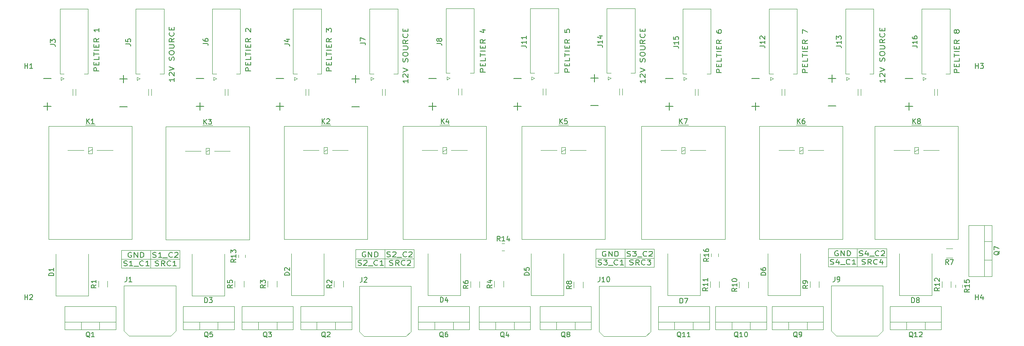
<source format=gto>
G04 #@! TF.GenerationSoftware,KiCad,Pcbnew,(5.1.9)-1*
G04 #@! TF.CreationDate,2021-01-28T15:20:20-05:00*
G04 #@! TF.ProjectId,PeltierPWMControl,50656c74-6965-4725-9057-4d436f6e7472,rev?*
G04 #@! TF.SameCoordinates,Original*
G04 #@! TF.FileFunction,Legend,Top*
G04 #@! TF.FilePolarity,Positive*
%FSLAX46Y46*%
G04 Gerber Fmt 4.6, Leading zero omitted, Abs format (unit mm)*
G04 Created by KiCad (PCBNEW (5.1.9)-1) date 2021-01-28 15:20:20*
%MOMM*%
%LPD*%
G01*
G04 APERTURE LIST*
%ADD10C,0.150000*%
%ADD11C,0.120000*%
G04 APERTURE END LIST*
D10*
X228861904Y-40457142D02*
X227338095Y-40457142D01*
X228100000Y-39695238D02*
X228100000Y-41219047D01*
X228861904Y-46014285D02*
X227338095Y-46014285D01*
X242738095Y-40485714D02*
X244261904Y-40485714D01*
X242738095Y-46042857D02*
X244261904Y-46042857D01*
X243500000Y-46804761D02*
X243500000Y-45280952D01*
X212038095Y-40485714D02*
X213561904Y-40485714D01*
X212038095Y-46042857D02*
X213561904Y-46042857D01*
X212800000Y-46804761D02*
X212800000Y-45280952D01*
X181261904Y-40357142D02*
X179738095Y-40357142D01*
X180500000Y-39595238D02*
X180500000Y-41119047D01*
X181261904Y-45914285D02*
X179738095Y-45914285D01*
X194738095Y-46042857D02*
X196261904Y-46042857D01*
X195500000Y-46804761D02*
X195500000Y-45280952D01*
X194738095Y-40485714D02*
X196261904Y-40485714D01*
X164338095Y-46042857D02*
X165861904Y-46042857D01*
X165100000Y-46804761D02*
X165100000Y-45280952D01*
X164338095Y-40485714D02*
X165861904Y-40485714D01*
X147338095Y-46042857D02*
X148861904Y-46042857D01*
X148100000Y-46804761D02*
X148100000Y-45280952D01*
X147338095Y-40485714D02*
X148861904Y-40485714D01*
X133461904Y-40557142D02*
X131938095Y-40557142D01*
X132700000Y-39795238D02*
X132700000Y-41319047D01*
X133461904Y-46114285D02*
X131938095Y-46114285D01*
X116738095Y-46042857D02*
X118261904Y-46042857D01*
X117500000Y-46804761D02*
X117500000Y-45280952D01*
X116738095Y-40485714D02*
X118261904Y-40485714D01*
X100738095Y-40485714D02*
X102261904Y-40485714D01*
X100738095Y-46042857D02*
X102261904Y-46042857D01*
X101500000Y-46804761D02*
X101500000Y-45280952D01*
X86961904Y-46114285D02*
X85438095Y-46114285D01*
X86961904Y-40557142D02*
X85438095Y-40557142D01*
X86200000Y-39795238D02*
X86200000Y-41319047D01*
D11*
X227300000Y-74600000D02*
X227300000Y-78200000D01*
X227300000Y-78200000D02*
X233100000Y-78200000D01*
X233100000Y-74600000D02*
X227300000Y-74600000D01*
X239000000Y-78200000D02*
X239000000Y-74600000D01*
X227300000Y-76400000D02*
X239000000Y-76400000D01*
X233100000Y-74700000D02*
X233100000Y-78200000D01*
X233100000Y-78200000D02*
X239000000Y-78200000D01*
X233100000Y-74600000D02*
X233100000Y-74700000D01*
X239000000Y-74600000D02*
X233100000Y-74600000D01*
D10*
X234085714Y-77704761D02*
X234257142Y-77752380D01*
X234542857Y-77752380D01*
X234657142Y-77704761D01*
X234714285Y-77657142D01*
X234771428Y-77561904D01*
X234771428Y-77466666D01*
X234714285Y-77371428D01*
X234657142Y-77323809D01*
X234542857Y-77276190D01*
X234314285Y-77228571D01*
X234200000Y-77180952D01*
X234142857Y-77133333D01*
X234085714Y-77038095D01*
X234085714Y-76942857D01*
X234142857Y-76847619D01*
X234200000Y-76800000D01*
X234314285Y-76752380D01*
X234600000Y-76752380D01*
X234771428Y-76800000D01*
X235971428Y-77752380D02*
X235571428Y-77276190D01*
X235285714Y-77752380D02*
X235285714Y-76752380D01*
X235742857Y-76752380D01*
X235857142Y-76800000D01*
X235914285Y-76847619D01*
X235971428Y-76942857D01*
X235971428Y-77085714D01*
X235914285Y-77180952D01*
X235857142Y-77228571D01*
X235742857Y-77276190D01*
X235285714Y-77276190D01*
X237171428Y-77657142D02*
X237114285Y-77704761D01*
X236942857Y-77752380D01*
X236828571Y-77752380D01*
X236657142Y-77704761D01*
X236542857Y-77609523D01*
X236485714Y-77514285D01*
X236428571Y-77323809D01*
X236428571Y-77180952D01*
X236485714Y-76990476D01*
X236542857Y-76895238D01*
X236657142Y-76800000D01*
X236828571Y-76752380D01*
X236942857Y-76752380D01*
X237114285Y-76800000D01*
X237171428Y-76847619D01*
X238200000Y-77085714D02*
X238200000Y-77752380D01*
X237914285Y-76704761D02*
X237628571Y-77419047D01*
X238371428Y-77419047D01*
X227757142Y-77704761D02*
X227928571Y-77752380D01*
X228214285Y-77752380D01*
X228328571Y-77704761D01*
X228385714Y-77657142D01*
X228442857Y-77561904D01*
X228442857Y-77466666D01*
X228385714Y-77371428D01*
X228328571Y-77323809D01*
X228214285Y-77276190D01*
X227985714Y-77228571D01*
X227871428Y-77180952D01*
X227814285Y-77133333D01*
X227757142Y-77038095D01*
X227757142Y-76942857D01*
X227814285Y-76847619D01*
X227871428Y-76800000D01*
X227985714Y-76752380D01*
X228271428Y-76752380D01*
X228442857Y-76800000D01*
X229471428Y-77085714D02*
X229471428Y-77752380D01*
X229185714Y-76704761D02*
X228900000Y-77419047D01*
X229642857Y-77419047D01*
X229814285Y-77847619D02*
X230728571Y-77847619D01*
X231700000Y-77657142D02*
X231642857Y-77704761D01*
X231471428Y-77752380D01*
X231357142Y-77752380D01*
X231185714Y-77704761D01*
X231071428Y-77609523D01*
X231014285Y-77514285D01*
X230957142Y-77323809D01*
X230957142Y-77180952D01*
X231014285Y-76990476D01*
X231071428Y-76895238D01*
X231185714Y-76800000D01*
X231357142Y-76752380D01*
X231471428Y-76752380D01*
X231642857Y-76800000D01*
X231700000Y-76847619D01*
X232842857Y-77752380D02*
X232157142Y-77752380D01*
X232500000Y-77752380D02*
X232500000Y-76752380D01*
X232385714Y-76895238D01*
X232271428Y-76990476D01*
X232157142Y-77038095D01*
X229285714Y-75100000D02*
X229171428Y-75052380D01*
X229000000Y-75052380D01*
X228828571Y-75100000D01*
X228714285Y-75195238D01*
X228657142Y-75290476D01*
X228600000Y-75480952D01*
X228600000Y-75623809D01*
X228657142Y-75814285D01*
X228714285Y-75909523D01*
X228828571Y-76004761D01*
X229000000Y-76052380D01*
X229114285Y-76052380D01*
X229285714Y-76004761D01*
X229342857Y-75957142D01*
X229342857Y-75623809D01*
X229114285Y-75623809D01*
X229857142Y-76052380D02*
X229857142Y-75052380D01*
X230542857Y-76052380D01*
X230542857Y-75052380D01*
X231114285Y-76052380D02*
X231114285Y-75052380D01*
X231400000Y-75052380D01*
X231571428Y-75100000D01*
X231685714Y-75195238D01*
X231742857Y-75290476D01*
X231800000Y-75480952D01*
X231800000Y-75623809D01*
X231742857Y-75814285D01*
X231685714Y-75909523D01*
X231571428Y-76004761D01*
X231400000Y-76052380D01*
X231114285Y-76052380D01*
X233557142Y-76004761D02*
X233728571Y-76052380D01*
X234014285Y-76052380D01*
X234128571Y-76004761D01*
X234185714Y-75957142D01*
X234242857Y-75861904D01*
X234242857Y-75766666D01*
X234185714Y-75671428D01*
X234128571Y-75623809D01*
X234014285Y-75576190D01*
X233785714Y-75528571D01*
X233671428Y-75480952D01*
X233614285Y-75433333D01*
X233557142Y-75338095D01*
X233557142Y-75242857D01*
X233614285Y-75147619D01*
X233671428Y-75100000D01*
X233785714Y-75052380D01*
X234071428Y-75052380D01*
X234242857Y-75100000D01*
X235271428Y-75385714D02*
X235271428Y-76052380D01*
X234985714Y-75004761D02*
X234700000Y-75719047D01*
X235442857Y-75719047D01*
X235614285Y-76147619D02*
X236528571Y-76147619D01*
X237500000Y-75957142D02*
X237442857Y-76004761D01*
X237271428Y-76052380D01*
X237157142Y-76052380D01*
X236985714Y-76004761D01*
X236871428Y-75909523D01*
X236814285Y-75814285D01*
X236757142Y-75623809D01*
X236757142Y-75480952D01*
X236814285Y-75290476D01*
X236871428Y-75195238D01*
X236985714Y-75100000D01*
X237157142Y-75052380D01*
X237271428Y-75052380D01*
X237442857Y-75100000D01*
X237500000Y-75147619D01*
X237957142Y-75147619D02*
X238014285Y-75100000D01*
X238128571Y-75052380D01*
X238414285Y-75052380D01*
X238528571Y-75100000D01*
X238585714Y-75147619D01*
X238642857Y-75242857D01*
X238642857Y-75338095D01*
X238585714Y-75480952D01*
X237900000Y-76052380D01*
X238642857Y-76052380D01*
D11*
X186600000Y-74800000D02*
X186600000Y-78300000D01*
X186600000Y-74700000D02*
X180800000Y-74700000D01*
X180800000Y-76500000D02*
X192500000Y-76500000D01*
X186600000Y-78300000D02*
X192500000Y-78300000D01*
X186600000Y-74700000D02*
X186600000Y-74800000D01*
X192500000Y-78300000D02*
X192500000Y-74700000D01*
X180800000Y-74700000D02*
X180800000Y-78300000D01*
X192500000Y-74700000D02*
X186600000Y-74700000D01*
X180800000Y-78300000D02*
X186600000Y-78300000D01*
D10*
X182785714Y-75200000D02*
X182671428Y-75152380D01*
X182500000Y-75152380D01*
X182328571Y-75200000D01*
X182214285Y-75295238D01*
X182157142Y-75390476D01*
X182100000Y-75580952D01*
X182100000Y-75723809D01*
X182157142Y-75914285D01*
X182214285Y-76009523D01*
X182328571Y-76104761D01*
X182500000Y-76152380D01*
X182614285Y-76152380D01*
X182785714Y-76104761D01*
X182842857Y-76057142D01*
X182842857Y-75723809D01*
X182614285Y-75723809D01*
X183357142Y-76152380D02*
X183357142Y-75152380D01*
X184042857Y-76152380D01*
X184042857Y-75152380D01*
X184614285Y-76152380D02*
X184614285Y-75152380D01*
X184900000Y-75152380D01*
X185071428Y-75200000D01*
X185185714Y-75295238D01*
X185242857Y-75390476D01*
X185300000Y-75580952D01*
X185300000Y-75723809D01*
X185242857Y-75914285D01*
X185185714Y-76009523D01*
X185071428Y-76104761D01*
X184900000Y-76152380D01*
X184614285Y-76152380D01*
X181257142Y-77804761D02*
X181428571Y-77852380D01*
X181714285Y-77852380D01*
X181828571Y-77804761D01*
X181885714Y-77757142D01*
X181942857Y-77661904D01*
X181942857Y-77566666D01*
X181885714Y-77471428D01*
X181828571Y-77423809D01*
X181714285Y-77376190D01*
X181485714Y-77328571D01*
X181371428Y-77280952D01*
X181314285Y-77233333D01*
X181257142Y-77138095D01*
X181257142Y-77042857D01*
X181314285Y-76947619D01*
X181371428Y-76900000D01*
X181485714Y-76852380D01*
X181771428Y-76852380D01*
X181942857Y-76900000D01*
X182342857Y-76852380D02*
X183085714Y-76852380D01*
X182685714Y-77233333D01*
X182857142Y-77233333D01*
X182971428Y-77280952D01*
X183028571Y-77328571D01*
X183085714Y-77423809D01*
X183085714Y-77661904D01*
X183028571Y-77757142D01*
X182971428Y-77804761D01*
X182857142Y-77852380D01*
X182514285Y-77852380D01*
X182400000Y-77804761D01*
X182342857Y-77757142D01*
X183314285Y-77947619D02*
X184228571Y-77947619D01*
X185200000Y-77757142D02*
X185142857Y-77804761D01*
X184971428Y-77852380D01*
X184857142Y-77852380D01*
X184685714Y-77804761D01*
X184571428Y-77709523D01*
X184514285Y-77614285D01*
X184457142Y-77423809D01*
X184457142Y-77280952D01*
X184514285Y-77090476D01*
X184571428Y-76995238D01*
X184685714Y-76900000D01*
X184857142Y-76852380D01*
X184971428Y-76852380D01*
X185142857Y-76900000D01*
X185200000Y-76947619D01*
X186342857Y-77852380D02*
X185657142Y-77852380D01*
X186000000Y-77852380D02*
X186000000Y-76852380D01*
X185885714Y-76995238D01*
X185771428Y-77090476D01*
X185657142Y-77138095D01*
X187057142Y-76104761D02*
X187228571Y-76152380D01*
X187514285Y-76152380D01*
X187628571Y-76104761D01*
X187685714Y-76057142D01*
X187742857Y-75961904D01*
X187742857Y-75866666D01*
X187685714Y-75771428D01*
X187628571Y-75723809D01*
X187514285Y-75676190D01*
X187285714Y-75628571D01*
X187171428Y-75580952D01*
X187114285Y-75533333D01*
X187057142Y-75438095D01*
X187057142Y-75342857D01*
X187114285Y-75247619D01*
X187171428Y-75200000D01*
X187285714Y-75152380D01*
X187571428Y-75152380D01*
X187742857Y-75200000D01*
X188142857Y-75152380D02*
X188885714Y-75152380D01*
X188485714Y-75533333D01*
X188657142Y-75533333D01*
X188771428Y-75580952D01*
X188828571Y-75628571D01*
X188885714Y-75723809D01*
X188885714Y-75961904D01*
X188828571Y-76057142D01*
X188771428Y-76104761D01*
X188657142Y-76152380D01*
X188314285Y-76152380D01*
X188200000Y-76104761D01*
X188142857Y-76057142D01*
X189114285Y-76247619D02*
X190028571Y-76247619D01*
X191000000Y-76057142D02*
X190942857Y-76104761D01*
X190771428Y-76152380D01*
X190657142Y-76152380D01*
X190485714Y-76104761D01*
X190371428Y-76009523D01*
X190314285Y-75914285D01*
X190257142Y-75723809D01*
X190257142Y-75580952D01*
X190314285Y-75390476D01*
X190371428Y-75295238D01*
X190485714Y-75200000D01*
X190657142Y-75152380D01*
X190771428Y-75152380D01*
X190942857Y-75200000D01*
X191000000Y-75247619D01*
X191457142Y-75247619D02*
X191514285Y-75200000D01*
X191628571Y-75152380D01*
X191914285Y-75152380D01*
X192028571Y-75200000D01*
X192085714Y-75247619D01*
X192142857Y-75342857D01*
X192142857Y-75438095D01*
X192085714Y-75580952D01*
X191400000Y-76152380D01*
X192142857Y-76152380D01*
X187585714Y-77804761D02*
X187757142Y-77852380D01*
X188042857Y-77852380D01*
X188157142Y-77804761D01*
X188214285Y-77757142D01*
X188271428Y-77661904D01*
X188271428Y-77566666D01*
X188214285Y-77471428D01*
X188157142Y-77423809D01*
X188042857Y-77376190D01*
X187814285Y-77328571D01*
X187700000Y-77280952D01*
X187642857Y-77233333D01*
X187585714Y-77138095D01*
X187585714Y-77042857D01*
X187642857Y-76947619D01*
X187700000Y-76900000D01*
X187814285Y-76852380D01*
X188100000Y-76852380D01*
X188271428Y-76900000D01*
X189471428Y-77852380D02*
X189071428Y-77376190D01*
X188785714Y-77852380D02*
X188785714Y-76852380D01*
X189242857Y-76852380D01*
X189357142Y-76900000D01*
X189414285Y-76947619D01*
X189471428Y-77042857D01*
X189471428Y-77185714D01*
X189414285Y-77280952D01*
X189357142Y-77328571D01*
X189242857Y-77376190D01*
X188785714Y-77376190D01*
X190671428Y-77757142D02*
X190614285Y-77804761D01*
X190442857Y-77852380D01*
X190328571Y-77852380D01*
X190157142Y-77804761D01*
X190042857Y-77709523D01*
X189985714Y-77614285D01*
X189928571Y-77423809D01*
X189928571Y-77280952D01*
X189985714Y-77090476D01*
X190042857Y-76995238D01*
X190157142Y-76900000D01*
X190328571Y-76852380D01*
X190442857Y-76852380D01*
X190614285Y-76900000D01*
X190671428Y-76947619D01*
X191071428Y-76852380D02*
X191814285Y-76852380D01*
X191414285Y-77233333D01*
X191585714Y-77233333D01*
X191700000Y-77280952D01*
X191757142Y-77328571D01*
X191814285Y-77423809D01*
X191814285Y-77661904D01*
X191757142Y-77757142D01*
X191700000Y-77804761D01*
X191585714Y-77852380D01*
X191242857Y-77852380D01*
X191128571Y-77804761D01*
X191071428Y-77757142D01*
D11*
X138500000Y-74800000D02*
X132700000Y-74800000D01*
X132700000Y-76600000D02*
X144400000Y-76600000D01*
X144400000Y-78400000D02*
X144400000Y-74800000D01*
X132700000Y-74800000D02*
X132700000Y-78400000D01*
X138500000Y-74800000D02*
X138500000Y-74900000D01*
X138500000Y-78400000D02*
X144400000Y-78400000D01*
X138500000Y-74900000D02*
X138500000Y-78400000D01*
X144400000Y-74800000D02*
X138500000Y-74800000D01*
X132700000Y-78400000D02*
X138500000Y-78400000D01*
D10*
X139485714Y-77904761D02*
X139657142Y-77952380D01*
X139942857Y-77952380D01*
X140057142Y-77904761D01*
X140114285Y-77857142D01*
X140171428Y-77761904D01*
X140171428Y-77666666D01*
X140114285Y-77571428D01*
X140057142Y-77523809D01*
X139942857Y-77476190D01*
X139714285Y-77428571D01*
X139600000Y-77380952D01*
X139542857Y-77333333D01*
X139485714Y-77238095D01*
X139485714Y-77142857D01*
X139542857Y-77047619D01*
X139600000Y-77000000D01*
X139714285Y-76952380D01*
X140000000Y-76952380D01*
X140171428Y-77000000D01*
X141371428Y-77952380D02*
X140971428Y-77476190D01*
X140685714Y-77952380D02*
X140685714Y-76952380D01*
X141142857Y-76952380D01*
X141257142Y-77000000D01*
X141314285Y-77047619D01*
X141371428Y-77142857D01*
X141371428Y-77285714D01*
X141314285Y-77380952D01*
X141257142Y-77428571D01*
X141142857Y-77476190D01*
X140685714Y-77476190D01*
X142571428Y-77857142D02*
X142514285Y-77904761D01*
X142342857Y-77952380D01*
X142228571Y-77952380D01*
X142057142Y-77904761D01*
X141942857Y-77809523D01*
X141885714Y-77714285D01*
X141828571Y-77523809D01*
X141828571Y-77380952D01*
X141885714Y-77190476D01*
X141942857Y-77095238D01*
X142057142Y-77000000D01*
X142228571Y-76952380D01*
X142342857Y-76952380D01*
X142514285Y-77000000D01*
X142571428Y-77047619D01*
X143028571Y-77047619D02*
X143085714Y-77000000D01*
X143200000Y-76952380D01*
X143485714Y-76952380D01*
X143600000Y-77000000D01*
X143657142Y-77047619D01*
X143714285Y-77142857D01*
X143714285Y-77238095D01*
X143657142Y-77380952D01*
X142971428Y-77952380D01*
X143714285Y-77952380D01*
X134685714Y-75300000D02*
X134571428Y-75252380D01*
X134400000Y-75252380D01*
X134228571Y-75300000D01*
X134114285Y-75395238D01*
X134057142Y-75490476D01*
X134000000Y-75680952D01*
X134000000Y-75823809D01*
X134057142Y-76014285D01*
X134114285Y-76109523D01*
X134228571Y-76204761D01*
X134400000Y-76252380D01*
X134514285Y-76252380D01*
X134685714Y-76204761D01*
X134742857Y-76157142D01*
X134742857Y-75823809D01*
X134514285Y-75823809D01*
X135257142Y-76252380D02*
X135257142Y-75252380D01*
X135942857Y-76252380D01*
X135942857Y-75252380D01*
X136514285Y-76252380D02*
X136514285Y-75252380D01*
X136800000Y-75252380D01*
X136971428Y-75300000D01*
X137085714Y-75395238D01*
X137142857Y-75490476D01*
X137200000Y-75680952D01*
X137200000Y-75823809D01*
X137142857Y-76014285D01*
X137085714Y-76109523D01*
X136971428Y-76204761D01*
X136800000Y-76252380D01*
X136514285Y-76252380D01*
X138957142Y-76204761D02*
X139128571Y-76252380D01*
X139414285Y-76252380D01*
X139528571Y-76204761D01*
X139585714Y-76157142D01*
X139642857Y-76061904D01*
X139642857Y-75966666D01*
X139585714Y-75871428D01*
X139528571Y-75823809D01*
X139414285Y-75776190D01*
X139185714Y-75728571D01*
X139071428Y-75680952D01*
X139014285Y-75633333D01*
X138957142Y-75538095D01*
X138957142Y-75442857D01*
X139014285Y-75347619D01*
X139071428Y-75300000D01*
X139185714Y-75252380D01*
X139471428Y-75252380D01*
X139642857Y-75300000D01*
X140100000Y-75347619D02*
X140157142Y-75300000D01*
X140271428Y-75252380D01*
X140557142Y-75252380D01*
X140671428Y-75300000D01*
X140728571Y-75347619D01*
X140785714Y-75442857D01*
X140785714Y-75538095D01*
X140728571Y-75680952D01*
X140042857Y-76252380D01*
X140785714Y-76252380D01*
X141014285Y-76347619D02*
X141928571Y-76347619D01*
X142900000Y-76157142D02*
X142842857Y-76204761D01*
X142671428Y-76252380D01*
X142557142Y-76252380D01*
X142385714Y-76204761D01*
X142271428Y-76109523D01*
X142214285Y-76014285D01*
X142157142Y-75823809D01*
X142157142Y-75680952D01*
X142214285Y-75490476D01*
X142271428Y-75395238D01*
X142385714Y-75300000D01*
X142557142Y-75252380D01*
X142671428Y-75252380D01*
X142842857Y-75300000D01*
X142900000Y-75347619D01*
X143357142Y-75347619D02*
X143414285Y-75300000D01*
X143528571Y-75252380D01*
X143814285Y-75252380D01*
X143928571Y-75300000D01*
X143985714Y-75347619D01*
X144042857Y-75442857D01*
X144042857Y-75538095D01*
X143985714Y-75680952D01*
X143300000Y-76252380D01*
X144042857Y-76252380D01*
X133157142Y-77904761D02*
X133328571Y-77952380D01*
X133614285Y-77952380D01*
X133728571Y-77904761D01*
X133785714Y-77857142D01*
X133842857Y-77761904D01*
X133842857Y-77666666D01*
X133785714Y-77571428D01*
X133728571Y-77523809D01*
X133614285Y-77476190D01*
X133385714Y-77428571D01*
X133271428Y-77380952D01*
X133214285Y-77333333D01*
X133157142Y-77238095D01*
X133157142Y-77142857D01*
X133214285Y-77047619D01*
X133271428Y-77000000D01*
X133385714Y-76952380D01*
X133671428Y-76952380D01*
X133842857Y-77000000D01*
X134300000Y-77047619D02*
X134357142Y-77000000D01*
X134471428Y-76952380D01*
X134757142Y-76952380D01*
X134871428Y-77000000D01*
X134928571Y-77047619D01*
X134985714Y-77142857D01*
X134985714Y-77238095D01*
X134928571Y-77380952D01*
X134242857Y-77952380D01*
X134985714Y-77952380D01*
X135214285Y-78047619D02*
X136128571Y-78047619D01*
X137100000Y-77857142D02*
X137042857Y-77904761D01*
X136871428Y-77952380D01*
X136757142Y-77952380D01*
X136585714Y-77904761D01*
X136471428Y-77809523D01*
X136414285Y-77714285D01*
X136357142Y-77523809D01*
X136357142Y-77380952D01*
X136414285Y-77190476D01*
X136471428Y-77095238D01*
X136585714Y-77000000D01*
X136757142Y-76952380D01*
X136871428Y-76952380D01*
X137042857Y-77000000D01*
X137100000Y-77047619D01*
X138242857Y-77952380D02*
X137557142Y-77952380D01*
X137900000Y-77952380D02*
X137900000Y-76952380D01*
X137785714Y-77095238D01*
X137671428Y-77190476D01*
X137557142Y-77238095D01*
D11*
X85800000Y-76700000D02*
X97500000Y-76700000D01*
X85800000Y-78500000D02*
X91600000Y-78500000D01*
X85800000Y-74900000D02*
X85800000Y-78500000D01*
X91600000Y-74900000D02*
X85800000Y-74900000D01*
X91600000Y-74900000D02*
X91600000Y-75000000D01*
X97500000Y-74900000D02*
X91600000Y-74900000D01*
X97500000Y-78500000D02*
X97500000Y-74900000D01*
X91600000Y-78500000D02*
X97500000Y-78500000D01*
X91600000Y-75000000D02*
X91600000Y-78500000D01*
D10*
X238652380Y-40571428D02*
X238652380Y-41257142D01*
X238652380Y-40914285D02*
X237652380Y-40914285D01*
X237795238Y-41028571D01*
X237890476Y-41142857D01*
X237938095Y-41257142D01*
X237747619Y-40114285D02*
X237700000Y-40057142D01*
X237652380Y-39942857D01*
X237652380Y-39657142D01*
X237700000Y-39542857D01*
X237747619Y-39485714D01*
X237842857Y-39428571D01*
X237938095Y-39428571D01*
X238080952Y-39485714D01*
X238652380Y-40171428D01*
X238652380Y-39428571D01*
X237652380Y-39085714D02*
X238652380Y-38685714D01*
X237652380Y-38285714D01*
X238604761Y-37028571D02*
X238652380Y-36857142D01*
X238652380Y-36571428D01*
X238604761Y-36457142D01*
X238557142Y-36400000D01*
X238461904Y-36342857D01*
X238366666Y-36342857D01*
X238271428Y-36400000D01*
X238223809Y-36457142D01*
X238176190Y-36571428D01*
X238128571Y-36800000D01*
X238080952Y-36914285D01*
X238033333Y-36971428D01*
X237938095Y-37028571D01*
X237842857Y-37028571D01*
X237747619Y-36971428D01*
X237700000Y-36914285D01*
X237652380Y-36800000D01*
X237652380Y-36514285D01*
X237700000Y-36342857D01*
X237652380Y-35600000D02*
X237652380Y-35371428D01*
X237700000Y-35257142D01*
X237795238Y-35142857D01*
X237985714Y-35085714D01*
X238319047Y-35085714D01*
X238509523Y-35142857D01*
X238604761Y-35257142D01*
X238652380Y-35371428D01*
X238652380Y-35600000D01*
X238604761Y-35714285D01*
X238509523Y-35828571D01*
X238319047Y-35885714D01*
X237985714Y-35885714D01*
X237795238Y-35828571D01*
X237700000Y-35714285D01*
X237652380Y-35600000D01*
X237652380Y-34571428D02*
X238461904Y-34571428D01*
X238557142Y-34514285D01*
X238604761Y-34457142D01*
X238652380Y-34342857D01*
X238652380Y-34114285D01*
X238604761Y-34000000D01*
X238557142Y-33942857D01*
X238461904Y-33885714D01*
X237652380Y-33885714D01*
X238652380Y-32628571D02*
X238176190Y-33028571D01*
X238652380Y-33314285D02*
X237652380Y-33314285D01*
X237652380Y-32857142D01*
X237700000Y-32742857D01*
X237747619Y-32685714D01*
X237842857Y-32628571D01*
X237985714Y-32628571D01*
X238080952Y-32685714D01*
X238128571Y-32742857D01*
X238176190Y-32857142D01*
X238176190Y-33314285D01*
X238557142Y-31428571D02*
X238604761Y-31485714D01*
X238652380Y-31657142D01*
X238652380Y-31771428D01*
X238604761Y-31942857D01*
X238509523Y-32057142D01*
X238414285Y-32114285D01*
X238223809Y-32171428D01*
X238080952Y-32171428D01*
X237890476Y-32114285D01*
X237795238Y-32057142D01*
X237700000Y-31942857D01*
X237652380Y-31771428D01*
X237652380Y-31657142D01*
X237700000Y-31485714D01*
X237747619Y-31428571D01*
X238128571Y-30914285D02*
X238128571Y-30514285D01*
X238652380Y-30342857D02*
X238652380Y-30914285D01*
X237652380Y-30914285D01*
X237652380Y-30342857D01*
X253552380Y-39257142D02*
X252552380Y-39257142D01*
X252552380Y-38800000D01*
X252600000Y-38685714D01*
X252647619Y-38628571D01*
X252742857Y-38571428D01*
X252885714Y-38571428D01*
X252980952Y-38628571D01*
X253028571Y-38685714D01*
X253076190Y-38800000D01*
X253076190Y-39257142D01*
X253028571Y-38057142D02*
X253028571Y-37657142D01*
X253552380Y-37485714D02*
X253552380Y-38057142D01*
X252552380Y-38057142D01*
X252552380Y-37485714D01*
X253552380Y-36400000D02*
X253552380Y-36971428D01*
X252552380Y-36971428D01*
X252552380Y-36171428D02*
X252552380Y-35485714D01*
X253552380Y-35828571D02*
X252552380Y-35828571D01*
X253552380Y-35085714D02*
X252552380Y-35085714D01*
X253028571Y-34514285D02*
X253028571Y-34114285D01*
X253552380Y-33942857D02*
X253552380Y-34514285D01*
X252552380Y-34514285D01*
X252552380Y-33942857D01*
X253552380Y-32742857D02*
X253076190Y-33142857D01*
X253552380Y-33428571D02*
X252552380Y-33428571D01*
X252552380Y-32971428D01*
X252600000Y-32857142D01*
X252647619Y-32800000D01*
X252742857Y-32742857D01*
X252885714Y-32742857D01*
X252980952Y-32800000D01*
X253028571Y-32857142D01*
X253076190Y-32971428D01*
X253076190Y-33428571D01*
X252980952Y-31142857D02*
X252933333Y-31257142D01*
X252885714Y-31314285D01*
X252790476Y-31371428D01*
X252742857Y-31371428D01*
X252647619Y-31314285D01*
X252600000Y-31257142D01*
X252552380Y-31142857D01*
X252552380Y-30914285D01*
X252600000Y-30800000D01*
X252647619Y-30742857D01*
X252742857Y-30685714D01*
X252790476Y-30685714D01*
X252885714Y-30742857D01*
X252933333Y-30800000D01*
X252980952Y-30914285D01*
X252980952Y-31142857D01*
X253028571Y-31257142D01*
X253076190Y-31314285D01*
X253171428Y-31371428D01*
X253361904Y-31371428D01*
X253457142Y-31314285D01*
X253504761Y-31257142D01*
X253552380Y-31142857D01*
X253552380Y-30914285D01*
X253504761Y-30800000D01*
X253457142Y-30742857D01*
X253361904Y-30685714D01*
X253171428Y-30685714D01*
X253076190Y-30742857D01*
X253028571Y-30800000D01*
X252980952Y-30914285D01*
X223152380Y-39257142D02*
X222152380Y-39257142D01*
X222152380Y-38800000D01*
X222200000Y-38685714D01*
X222247619Y-38628571D01*
X222342857Y-38571428D01*
X222485714Y-38571428D01*
X222580952Y-38628571D01*
X222628571Y-38685714D01*
X222676190Y-38800000D01*
X222676190Y-39257142D01*
X222628571Y-38057142D02*
X222628571Y-37657142D01*
X223152380Y-37485714D02*
X223152380Y-38057142D01*
X222152380Y-38057142D01*
X222152380Y-37485714D01*
X223152380Y-36400000D02*
X223152380Y-36971428D01*
X222152380Y-36971428D01*
X222152380Y-36171428D02*
X222152380Y-35485714D01*
X223152380Y-35828571D02*
X222152380Y-35828571D01*
X223152380Y-35085714D02*
X222152380Y-35085714D01*
X222628571Y-34514285D02*
X222628571Y-34114285D01*
X223152380Y-33942857D02*
X223152380Y-34514285D01*
X222152380Y-34514285D01*
X222152380Y-33942857D01*
X223152380Y-32742857D02*
X222676190Y-33142857D01*
X223152380Y-33428571D02*
X222152380Y-33428571D01*
X222152380Y-32971428D01*
X222200000Y-32857142D01*
X222247619Y-32800000D01*
X222342857Y-32742857D01*
X222485714Y-32742857D01*
X222580952Y-32800000D01*
X222628571Y-32857142D01*
X222676190Y-32971428D01*
X222676190Y-33428571D01*
X222152380Y-31428571D02*
X222152380Y-30628571D01*
X223152380Y-31142857D01*
X190652380Y-40671428D02*
X190652380Y-41357142D01*
X190652380Y-41014285D02*
X189652380Y-41014285D01*
X189795238Y-41128571D01*
X189890476Y-41242857D01*
X189938095Y-41357142D01*
X189747619Y-40214285D02*
X189700000Y-40157142D01*
X189652380Y-40042857D01*
X189652380Y-39757142D01*
X189700000Y-39642857D01*
X189747619Y-39585714D01*
X189842857Y-39528571D01*
X189938095Y-39528571D01*
X190080952Y-39585714D01*
X190652380Y-40271428D01*
X190652380Y-39528571D01*
X189652380Y-39185714D02*
X190652380Y-38785714D01*
X189652380Y-38385714D01*
X190604761Y-37128571D02*
X190652380Y-36957142D01*
X190652380Y-36671428D01*
X190604761Y-36557142D01*
X190557142Y-36500000D01*
X190461904Y-36442857D01*
X190366666Y-36442857D01*
X190271428Y-36500000D01*
X190223809Y-36557142D01*
X190176190Y-36671428D01*
X190128571Y-36900000D01*
X190080952Y-37014285D01*
X190033333Y-37071428D01*
X189938095Y-37128571D01*
X189842857Y-37128571D01*
X189747619Y-37071428D01*
X189700000Y-37014285D01*
X189652380Y-36900000D01*
X189652380Y-36614285D01*
X189700000Y-36442857D01*
X189652380Y-35700000D02*
X189652380Y-35471428D01*
X189700000Y-35357142D01*
X189795238Y-35242857D01*
X189985714Y-35185714D01*
X190319047Y-35185714D01*
X190509523Y-35242857D01*
X190604761Y-35357142D01*
X190652380Y-35471428D01*
X190652380Y-35700000D01*
X190604761Y-35814285D01*
X190509523Y-35928571D01*
X190319047Y-35985714D01*
X189985714Y-35985714D01*
X189795238Y-35928571D01*
X189700000Y-35814285D01*
X189652380Y-35700000D01*
X189652380Y-34671428D02*
X190461904Y-34671428D01*
X190557142Y-34614285D01*
X190604761Y-34557142D01*
X190652380Y-34442857D01*
X190652380Y-34214285D01*
X190604761Y-34100000D01*
X190557142Y-34042857D01*
X190461904Y-33985714D01*
X189652380Y-33985714D01*
X190652380Y-32728571D02*
X190176190Y-33128571D01*
X190652380Y-33414285D02*
X189652380Y-33414285D01*
X189652380Y-32957142D01*
X189700000Y-32842857D01*
X189747619Y-32785714D01*
X189842857Y-32728571D01*
X189985714Y-32728571D01*
X190080952Y-32785714D01*
X190128571Y-32842857D01*
X190176190Y-32957142D01*
X190176190Y-33414285D01*
X190557142Y-31528571D02*
X190604761Y-31585714D01*
X190652380Y-31757142D01*
X190652380Y-31871428D01*
X190604761Y-32042857D01*
X190509523Y-32157142D01*
X190414285Y-32214285D01*
X190223809Y-32271428D01*
X190080952Y-32271428D01*
X189890476Y-32214285D01*
X189795238Y-32157142D01*
X189700000Y-32042857D01*
X189652380Y-31871428D01*
X189652380Y-31757142D01*
X189700000Y-31585714D01*
X189747619Y-31528571D01*
X190128571Y-31014285D02*
X190128571Y-30614285D01*
X190652380Y-30442857D02*
X190652380Y-31014285D01*
X189652380Y-31014285D01*
X189652380Y-30442857D01*
X205952380Y-39257142D02*
X204952380Y-39257142D01*
X204952380Y-38800000D01*
X205000000Y-38685714D01*
X205047619Y-38628571D01*
X205142857Y-38571428D01*
X205285714Y-38571428D01*
X205380952Y-38628571D01*
X205428571Y-38685714D01*
X205476190Y-38800000D01*
X205476190Y-39257142D01*
X205428571Y-38057142D02*
X205428571Y-37657142D01*
X205952380Y-37485714D02*
X205952380Y-38057142D01*
X204952380Y-38057142D01*
X204952380Y-37485714D01*
X205952380Y-36400000D02*
X205952380Y-36971428D01*
X204952380Y-36971428D01*
X204952380Y-36171428D02*
X204952380Y-35485714D01*
X205952380Y-35828571D02*
X204952380Y-35828571D01*
X205952380Y-35085714D02*
X204952380Y-35085714D01*
X205428571Y-34514285D02*
X205428571Y-34114285D01*
X205952380Y-33942857D02*
X205952380Y-34514285D01*
X204952380Y-34514285D01*
X204952380Y-33942857D01*
X205952380Y-32742857D02*
X205476190Y-33142857D01*
X205952380Y-33428571D02*
X204952380Y-33428571D01*
X204952380Y-32971428D01*
X205000000Y-32857142D01*
X205047619Y-32800000D01*
X205142857Y-32742857D01*
X205285714Y-32742857D01*
X205380952Y-32800000D01*
X205428571Y-32857142D01*
X205476190Y-32971428D01*
X205476190Y-33428571D01*
X204952380Y-30800000D02*
X204952380Y-31028571D01*
X205000000Y-31142857D01*
X205047619Y-31200000D01*
X205190476Y-31314285D01*
X205380952Y-31371428D01*
X205761904Y-31371428D01*
X205857142Y-31314285D01*
X205904761Y-31257142D01*
X205952380Y-31142857D01*
X205952380Y-30914285D01*
X205904761Y-30800000D01*
X205857142Y-30742857D01*
X205761904Y-30685714D01*
X205523809Y-30685714D01*
X205428571Y-30742857D01*
X205380952Y-30800000D01*
X205333333Y-30914285D01*
X205333333Y-31142857D01*
X205380952Y-31257142D01*
X205428571Y-31314285D01*
X205523809Y-31371428D01*
X175552380Y-39157142D02*
X174552380Y-39157142D01*
X174552380Y-38700000D01*
X174600000Y-38585714D01*
X174647619Y-38528571D01*
X174742857Y-38471428D01*
X174885714Y-38471428D01*
X174980952Y-38528571D01*
X175028571Y-38585714D01*
X175076190Y-38700000D01*
X175076190Y-39157142D01*
X175028571Y-37957142D02*
X175028571Y-37557142D01*
X175552380Y-37385714D02*
X175552380Y-37957142D01*
X174552380Y-37957142D01*
X174552380Y-37385714D01*
X175552380Y-36300000D02*
X175552380Y-36871428D01*
X174552380Y-36871428D01*
X174552380Y-36071428D02*
X174552380Y-35385714D01*
X175552380Y-35728571D02*
X174552380Y-35728571D01*
X175552380Y-34985714D02*
X174552380Y-34985714D01*
X175028571Y-34414285D02*
X175028571Y-34014285D01*
X175552380Y-33842857D02*
X175552380Y-34414285D01*
X174552380Y-34414285D01*
X174552380Y-33842857D01*
X175552380Y-32642857D02*
X175076190Y-33042857D01*
X175552380Y-33328571D02*
X174552380Y-33328571D01*
X174552380Y-32871428D01*
X174600000Y-32757142D01*
X174647619Y-32700000D01*
X174742857Y-32642857D01*
X174885714Y-32642857D01*
X174980952Y-32700000D01*
X175028571Y-32757142D01*
X175076190Y-32871428D01*
X175076190Y-33328571D01*
X174552380Y-30642857D02*
X174552380Y-31214285D01*
X175028571Y-31271428D01*
X174980952Y-31214285D01*
X174933333Y-31100000D01*
X174933333Y-30814285D01*
X174980952Y-30700000D01*
X175028571Y-30642857D01*
X175123809Y-30585714D01*
X175361904Y-30585714D01*
X175457142Y-30642857D01*
X175504761Y-30700000D01*
X175552380Y-30814285D01*
X175552380Y-31100000D01*
X175504761Y-31214285D01*
X175457142Y-31271428D01*
X143152380Y-40671428D02*
X143152380Y-41357142D01*
X143152380Y-41014285D02*
X142152380Y-41014285D01*
X142295238Y-41128571D01*
X142390476Y-41242857D01*
X142438095Y-41357142D01*
X142247619Y-40214285D02*
X142200000Y-40157142D01*
X142152380Y-40042857D01*
X142152380Y-39757142D01*
X142200000Y-39642857D01*
X142247619Y-39585714D01*
X142342857Y-39528571D01*
X142438095Y-39528571D01*
X142580952Y-39585714D01*
X143152380Y-40271428D01*
X143152380Y-39528571D01*
X142152380Y-39185714D02*
X143152380Y-38785714D01*
X142152380Y-38385714D01*
X143104761Y-37128571D02*
X143152380Y-36957142D01*
X143152380Y-36671428D01*
X143104761Y-36557142D01*
X143057142Y-36500000D01*
X142961904Y-36442857D01*
X142866666Y-36442857D01*
X142771428Y-36500000D01*
X142723809Y-36557142D01*
X142676190Y-36671428D01*
X142628571Y-36900000D01*
X142580952Y-37014285D01*
X142533333Y-37071428D01*
X142438095Y-37128571D01*
X142342857Y-37128571D01*
X142247619Y-37071428D01*
X142200000Y-37014285D01*
X142152380Y-36900000D01*
X142152380Y-36614285D01*
X142200000Y-36442857D01*
X142152380Y-35700000D02*
X142152380Y-35471428D01*
X142200000Y-35357142D01*
X142295238Y-35242857D01*
X142485714Y-35185714D01*
X142819047Y-35185714D01*
X143009523Y-35242857D01*
X143104761Y-35357142D01*
X143152380Y-35471428D01*
X143152380Y-35700000D01*
X143104761Y-35814285D01*
X143009523Y-35928571D01*
X142819047Y-35985714D01*
X142485714Y-35985714D01*
X142295238Y-35928571D01*
X142200000Y-35814285D01*
X142152380Y-35700000D01*
X142152380Y-34671428D02*
X142961904Y-34671428D01*
X143057142Y-34614285D01*
X143104761Y-34557142D01*
X143152380Y-34442857D01*
X143152380Y-34214285D01*
X143104761Y-34100000D01*
X143057142Y-34042857D01*
X142961904Y-33985714D01*
X142152380Y-33985714D01*
X143152380Y-32728571D02*
X142676190Y-33128571D01*
X143152380Y-33414285D02*
X142152380Y-33414285D01*
X142152380Y-32957142D01*
X142200000Y-32842857D01*
X142247619Y-32785714D01*
X142342857Y-32728571D01*
X142485714Y-32728571D01*
X142580952Y-32785714D01*
X142628571Y-32842857D01*
X142676190Y-32957142D01*
X142676190Y-33414285D01*
X143057142Y-31528571D02*
X143104761Y-31585714D01*
X143152380Y-31757142D01*
X143152380Y-31871428D01*
X143104761Y-32042857D01*
X143009523Y-32157142D01*
X142914285Y-32214285D01*
X142723809Y-32271428D01*
X142580952Y-32271428D01*
X142390476Y-32214285D01*
X142295238Y-32157142D01*
X142200000Y-32042857D01*
X142152380Y-31871428D01*
X142152380Y-31757142D01*
X142200000Y-31585714D01*
X142247619Y-31528571D01*
X142628571Y-31014285D02*
X142628571Y-30614285D01*
X143152380Y-30442857D02*
X143152380Y-31014285D01*
X142152380Y-31014285D01*
X142152380Y-30442857D01*
X158652380Y-39157142D02*
X157652380Y-39157142D01*
X157652380Y-38700000D01*
X157700000Y-38585714D01*
X157747619Y-38528571D01*
X157842857Y-38471428D01*
X157985714Y-38471428D01*
X158080952Y-38528571D01*
X158128571Y-38585714D01*
X158176190Y-38700000D01*
X158176190Y-39157142D01*
X158128571Y-37957142D02*
X158128571Y-37557142D01*
X158652380Y-37385714D02*
X158652380Y-37957142D01*
X157652380Y-37957142D01*
X157652380Y-37385714D01*
X158652380Y-36300000D02*
X158652380Y-36871428D01*
X157652380Y-36871428D01*
X157652380Y-36071428D02*
X157652380Y-35385714D01*
X158652380Y-35728571D02*
X157652380Y-35728571D01*
X158652380Y-34985714D02*
X157652380Y-34985714D01*
X158128571Y-34414285D02*
X158128571Y-34014285D01*
X158652380Y-33842857D02*
X158652380Y-34414285D01*
X157652380Y-34414285D01*
X157652380Y-33842857D01*
X158652380Y-32642857D02*
X158176190Y-33042857D01*
X158652380Y-33328571D02*
X157652380Y-33328571D01*
X157652380Y-32871428D01*
X157700000Y-32757142D01*
X157747619Y-32700000D01*
X157842857Y-32642857D01*
X157985714Y-32642857D01*
X158080952Y-32700000D01*
X158128571Y-32757142D01*
X158176190Y-32871428D01*
X158176190Y-33328571D01*
X157985714Y-30700000D02*
X158652380Y-30700000D01*
X157604761Y-30985714D02*
X158319047Y-31271428D01*
X158319047Y-30528571D01*
X127852380Y-38957142D02*
X126852380Y-38957142D01*
X126852380Y-38500000D01*
X126900000Y-38385714D01*
X126947619Y-38328571D01*
X127042857Y-38271428D01*
X127185714Y-38271428D01*
X127280952Y-38328571D01*
X127328571Y-38385714D01*
X127376190Y-38500000D01*
X127376190Y-38957142D01*
X127328571Y-37757142D02*
X127328571Y-37357142D01*
X127852380Y-37185714D02*
X127852380Y-37757142D01*
X126852380Y-37757142D01*
X126852380Y-37185714D01*
X127852380Y-36100000D02*
X127852380Y-36671428D01*
X126852380Y-36671428D01*
X126852380Y-35871428D02*
X126852380Y-35185714D01*
X127852380Y-35528571D02*
X126852380Y-35528571D01*
X127852380Y-34785714D02*
X126852380Y-34785714D01*
X127328571Y-34214285D02*
X127328571Y-33814285D01*
X127852380Y-33642857D02*
X127852380Y-34214285D01*
X126852380Y-34214285D01*
X126852380Y-33642857D01*
X127852380Y-32442857D02*
X127376190Y-32842857D01*
X127852380Y-33128571D02*
X126852380Y-33128571D01*
X126852380Y-32671428D01*
X126900000Y-32557142D01*
X126947619Y-32500000D01*
X127042857Y-32442857D01*
X127185714Y-32442857D01*
X127280952Y-32500000D01*
X127328571Y-32557142D01*
X127376190Y-32671428D01*
X127376190Y-33128571D01*
X126852380Y-31128571D02*
X126852380Y-30385714D01*
X127233333Y-30785714D01*
X127233333Y-30614285D01*
X127280952Y-30500000D01*
X127328571Y-30442857D01*
X127423809Y-30385714D01*
X127661904Y-30385714D01*
X127757142Y-30442857D01*
X127804761Y-30500000D01*
X127852380Y-30614285D01*
X127852380Y-30957142D01*
X127804761Y-31071428D01*
X127757142Y-31128571D01*
X96352380Y-40371428D02*
X96352380Y-41057142D01*
X96352380Y-40714285D02*
X95352380Y-40714285D01*
X95495238Y-40828571D01*
X95590476Y-40942857D01*
X95638095Y-41057142D01*
X95447619Y-39914285D02*
X95400000Y-39857142D01*
X95352380Y-39742857D01*
X95352380Y-39457142D01*
X95400000Y-39342857D01*
X95447619Y-39285714D01*
X95542857Y-39228571D01*
X95638095Y-39228571D01*
X95780952Y-39285714D01*
X96352380Y-39971428D01*
X96352380Y-39228571D01*
X95352380Y-38885714D02*
X96352380Y-38485714D01*
X95352380Y-38085714D01*
X96304761Y-36828571D02*
X96352380Y-36657142D01*
X96352380Y-36371428D01*
X96304761Y-36257142D01*
X96257142Y-36200000D01*
X96161904Y-36142857D01*
X96066666Y-36142857D01*
X95971428Y-36200000D01*
X95923809Y-36257142D01*
X95876190Y-36371428D01*
X95828571Y-36600000D01*
X95780952Y-36714285D01*
X95733333Y-36771428D01*
X95638095Y-36828571D01*
X95542857Y-36828571D01*
X95447619Y-36771428D01*
X95400000Y-36714285D01*
X95352380Y-36600000D01*
X95352380Y-36314285D01*
X95400000Y-36142857D01*
X95352380Y-35400000D02*
X95352380Y-35171428D01*
X95400000Y-35057142D01*
X95495238Y-34942857D01*
X95685714Y-34885714D01*
X96019047Y-34885714D01*
X96209523Y-34942857D01*
X96304761Y-35057142D01*
X96352380Y-35171428D01*
X96352380Y-35400000D01*
X96304761Y-35514285D01*
X96209523Y-35628571D01*
X96019047Y-35685714D01*
X95685714Y-35685714D01*
X95495238Y-35628571D01*
X95400000Y-35514285D01*
X95352380Y-35400000D01*
X95352380Y-34371428D02*
X96161904Y-34371428D01*
X96257142Y-34314285D01*
X96304761Y-34257142D01*
X96352380Y-34142857D01*
X96352380Y-33914285D01*
X96304761Y-33800000D01*
X96257142Y-33742857D01*
X96161904Y-33685714D01*
X95352380Y-33685714D01*
X96352380Y-32428571D02*
X95876190Y-32828571D01*
X96352380Y-33114285D02*
X95352380Y-33114285D01*
X95352380Y-32657142D01*
X95400000Y-32542857D01*
X95447619Y-32485714D01*
X95542857Y-32428571D01*
X95685714Y-32428571D01*
X95780952Y-32485714D01*
X95828571Y-32542857D01*
X95876190Y-32657142D01*
X95876190Y-33114285D01*
X96257142Y-31228571D02*
X96304761Y-31285714D01*
X96352380Y-31457142D01*
X96352380Y-31571428D01*
X96304761Y-31742857D01*
X96209523Y-31857142D01*
X96114285Y-31914285D01*
X95923809Y-31971428D01*
X95780952Y-31971428D01*
X95590476Y-31914285D01*
X95495238Y-31857142D01*
X95400000Y-31742857D01*
X95352380Y-31571428D01*
X95352380Y-31457142D01*
X95400000Y-31285714D01*
X95447619Y-31228571D01*
X95828571Y-30714285D02*
X95828571Y-30314285D01*
X96352380Y-30142857D02*
X96352380Y-30714285D01*
X95352380Y-30714285D01*
X95352380Y-30142857D01*
X111652380Y-38957142D02*
X110652380Y-38957142D01*
X110652380Y-38500000D01*
X110700000Y-38385714D01*
X110747619Y-38328571D01*
X110842857Y-38271428D01*
X110985714Y-38271428D01*
X111080952Y-38328571D01*
X111128571Y-38385714D01*
X111176190Y-38500000D01*
X111176190Y-38957142D01*
X111128571Y-37757142D02*
X111128571Y-37357142D01*
X111652380Y-37185714D02*
X111652380Y-37757142D01*
X110652380Y-37757142D01*
X110652380Y-37185714D01*
X111652380Y-36100000D02*
X111652380Y-36671428D01*
X110652380Y-36671428D01*
X110652380Y-35871428D02*
X110652380Y-35185714D01*
X111652380Y-35528571D02*
X110652380Y-35528571D01*
X111652380Y-34785714D02*
X110652380Y-34785714D01*
X111128571Y-34214285D02*
X111128571Y-33814285D01*
X111652380Y-33642857D02*
X111652380Y-34214285D01*
X110652380Y-34214285D01*
X110652380Y-33642857D01*
X111652380Y-32442857D02*
X111176190Y-32842857D01*
X111652380Y-33128571D02*
X110652380Y-33128571D01*
X110652380Y-32671428D01*
X110700000Y-32557142D01*
X110747619Y-32500000D01*
X110842857Y-32442857D01*
X110985714Y-32442857D01*
X111080952Y-32500000D01*
X111128571Y-32557142D01*
X111176190Y-32671428D01*
X111176190Y-33128571D01*
X110747619Y-31071428D02*
X110700000Y-31014285D01*
X110652380Y-30900000D01*
X110652380Y-30614285D01*
X110700000Y-30500000D01*
X110747619Y-30442857D01*
X110842857Y-30385714D01*
X110938095Y-30385714D01*
X111080952Y-30442857D01*
X111652380Y-31128571D01*
X111652380Y-30385714D01*
X70238095Y-40485714D02*
X71761904Y-40485714D01*
X70238095Y-46042857D02*
X71761904Y-46042857D01*
X71000000Y-46804761D02*
X71000000Y-45280952D01*
X81252380Y-38957142D02*
X80252380Y-38957142D01*
X80252380Y-38500000D01*
X80300000Y-38385714D01*
X80347619Y-38328571D01*
X80442857Y-38271428D01*
X80585714Y-38271428D01*
X80680952Y-38328571D01*
X80728571Y-38385714D01*
X80776190Y-38500000D01*
X80776190Y-38957142D01*
X80728571Y-37757142D02*
X80728571Y-37357142D01*
X81252380Y-37185714D02*
X81252380Y-37757142D01*
X80252380Y-37757142D01*
X80252380Y-37185714D01*
X81252380Y-36100000D02*
X81252380Y-36671428D01*
X80252380Y-36671428D01*
X80252380Y-35871428D02*
X80252380Y-35185714D01*
X81252380Y-35528571D02*
X80252380Y-35528571D01*
X81252380Y-34785714D02*
X80252380Y-34785714D01*
X80728571Y-34214285D02*
X80728571Y-33814285D01*
X81252380Y-33642857D02*
X81252380Y-34214285D01*
X80252380Y-34214285D01*
X80252380Y-33642857D01*
X81252380Y-32442857D02*
X80776190Y-32842857D01*
X81252380Y-33128571D02*
X80252380Y-33128571D01*
X80252380Y-32671428D01*
X80300000Y-32557142D01*
X80347619Y-32500000D01*
X80442857Y-32442857D01*
X80585714Y-32442857D01*
X80680952Y-32500000D01*
X80728571Y-32557142D01*
X80776190Y-32671428D01*
X80776190Y-33128571D01*
X81252380Y-30385714D02*
X81252380Y-31071428D01*
X81252380Y-30728571D02*
X80252380Y-30728571D01*
X80395238Y-30842857D01*
X80490476Y-30957142D01*
X80538095Y-31071428D01*
X87785714Y-75400000D02*
X87671428Y-75352380D01*
X87500000Y-75352380D01*
X87328571Y-75400000D01*
X87214285Y-75495238D01*
X87157142Y-75590476D01*
X87100000Y-75780952D01*
X87100000Y-75923809D01*
X87157142Y-76114285D01*
X87214285Y-76209523D01*
X87328571Y-76304761D01*
X87500000Y-76352380D01*
X87614285Y-76352380D01*
X87785714Y-76304761D01*
X87842857Y-76257142D01*
X87842857Y-75923809D01*
X87614285Y-75923809D01*
X88357142Y-76352380D02*
X88357142Y-75352380D01*
X89042857Y-76352380D01*
X89042857Y-75352380D01*
X89614285Y-76352380D02*
X89614285Y-75352380D01*
X89900000Y-75352380D01*
X90071428Y-75400000D01*
X90185714Y-75495238D01*
X90242857Y-75590476D01*
X90300000Y-75780952D01*
X90300000Y-75923809D01*
X90242857Y-76114285D01*
X90185714Y-76209523D01*
X90071428Y-76304761D01*
X89900000Y-76352380D01*
X89614285Y-76352380D01*
X92057142Y-76304761D02*
X92228571Y-76352380D01*
X92514285Y-76352380D01*
X92628571Y-76304761D01*
X92685714Y-76257142D01*
X92742857Y-76161904D01*
X92742857Y-76066666D01*
X92685714Y-75971428D01*
X92628571Y-75923809D01*
X92514285Y-75876190D01*
X92285714Y-75828571D01*
X92171428Y-75780952D01*
X92114285Y-75733333D01*
X92057142Y-75638095D01*
X92057142Y-75542857D01*
X92114285Y-75447619D01*
X92171428Y-75400000D01*
X92285714Y-75352380D01*
X92571428Y-75352380D01*
X92742857Y-75400000D01*
X93885714Y-76352380D02*
X93200000Y-76352380D01*
X93542857Y-76352380D02*
X93542857Y-75352380D01*
X93428571Y-75495238D01*
X93314285Y-75590476D01*
X93200000Y-75638095D01*
X94114285Y-76447619D02*
X95028571Y-76447619D01*
X96000000Y-76257142D02*
X95942857Y-76304761D01*
X95771428Y-76352380D01*
X95657142Y-76352380D01*
X95485714Y-76304761D01*
X95371428Y-76209523D01*
X95314285Y-76114285D01*
X95257142Y-75923809D01*
X95257142Y-75780952D01*
X95314285Y-75590476D01*
X95371428Y-75495238D01*
X95485714Y-75400000D01*
X95657142Y-75352380D01*
X95771428Y-75352380D01*
X95942857Y-75400000D01*
X96000000Y-75447619D01*
X96457142Y-75447619D02*
X96514285Y-75400000D01*
X96628571Y-75352380D01*
X96914285Y-75352380D01*
X97028571Y-75400000D01*
X97085714Y-75447619D01*
X97142857Y-75542857D01*
X97142857Y-75638095D01*
X97085714Y-75780952D01*
X96400000Y-76352380D01*
X97142857Y-76352380D01*
X86257142Y-78004761D02*
X86428571Y-78052380D01*
X86714285Y-78052380D01*
X86828571Y-78004761D01*
X86885714Y-77957142D01*
X86942857Y-77861904D01*
X86942857Y-77766666D01*
X86885714Y-77671428D01*
X86828571Y-77623809D01*
X86714285Y-77576190D01*
X86485714Y-77528571D01*
X86371428Y-77480952D01*
X86314285Y-77433333D01*
X86257142Y-77338095D01*
X86257142Y-77242857D01*
X86314285Y-77147619D01*
X86371428Y-77100000D01*
X86485714Y-77052380D01*
X86771428Y-77052380D01*
X86942857Y-77100000D01*
X88085714Y-78052380D02*
X87400000Y-78052380D01*
X87742857Y-78052380D02*
X87742857Y-77052380D01*
X87628571Y-77195238D01*
X87514285Y-77290476D01*
X87400000Y-77338095D01*
X88314285Y-78147619D02*
X89228571Y-78147619D01*
X90200000Y-77957142D02*
X90142857Y-78004761D01*
X89971428Y-78052380D01*
X89857142Y-78052380D01*
X89685714Y-78004761D01*
X89571428Y-77909523D01*
X89514285Y-77814285D01*
X89457142Y-77623809D01*
X89457142Y-77480952D01*
X89514285Y-77290476D01*
X89571428Y-77195238D01*
X89685714Y-77100000D01*
X89857142Y-77052380D01*
X89971428Y-77052380D01*
X90142857Y-77100000D01*
X90200000Y-77147619D01*
X91342857Y-78052380D02*
X90657142Y-78052380D01*
X91000000Y-78052380D02*
X91000000Y-77052380D01*
X90885714Y-77195238D01*
X90771428Y-77290476D01*
X90657142Y-77338095D01*
X92585714Y-78004761D02*
X92757142Y-78052380D01*
X93042857Y-78052380D01*
X93157142Y-78004761D01*
X93214285Y-77957142D01*
X93271428Y-77861904D01*
X93271428Y-77766666D01*
X93214285Y-77671428D01*
X93157142Y-77623809D01*
X93042857Y-77576190D01*
X92814285Y-77528571D01*
X92700000Y-77480952D01*
X92642857Y-77433333D01*
X92585714Y-77338095D01*
X92585714Y-77242857D01*
X92642857Y-77147619D01*
X92700000Y-77100000D01*
X92814285Y-77052380D01*
X93100000Y-77052380D01*
X93271428Y-77100000D01*
X94471428Y-78052380D02*
X94071428Y-77576190D01*
X93785714Y-78052380D02*
X93785714Y-77052380D01*
X94242857Y-77052380D01*
X94357142Y-77100000D01*
X94414285Y-77147619D01*
X94471428Y-77242857D01*
X94471428Y-77385714D01*
X94414285Y-77480952D01*
X94357142Y-77528571D01*
X94242857Y-77576190D01*
X93785714Y-77576190D01*
X95671428Y-77957142D02*
X95614285Y-78004761D01*
X95442857Y-78052380D01*
X95328571Y-78052380D01*
X95157142Y-78004761D01*
X95042857Y-77909523D01*
X94985714Y-77814285D01*
X94928571Y-77623809D01*
X94928571Y-77480952D01*
X94985714Y-77290476D01*
X95042857Y-77195238D01*
X95157142Y-77100000D01*
X95328571Y-77052380D01*
X95442857Y-77052380D01*
X95614285Y-77100000D01*
X95671428Y-77147619D01*
X96814285Y-78052380D02*
X96128571Y-78052380D01*
X96471428Y-78052380D02*
X96471428Y-77052380D01*
X96357142Y-77195238D01*
X96242857Y-77290476D01*
X96128571Y-77338095D01*
D11*
X246900000Y-39510000D02*
X246090000Y-39510000D01*
X246090000Y-39510000D02*
X246090000Y-26490000D01*
X246090000Y-26490000D02*
X248900000Y-26490000D01*
X250900000Y-39510000D02*
X251710000Y-39510000D01*
X251710000Y-39510000D02*
X251710000Y-26490000D01*
X251710000Y-26490000D02*
X248900000Y-26490000D01*
X248600000Y-42610000D02*
X248600000Y-43890000D01*
X249200000Y-42610000D02*
X249200000Y-43890000D01*
X246900000Y-40500000D02*
X246300000Y-40800000D01*
X246300000Y-40800000D02*
X246300000Y-40200000D01*
X246300000Y-40200000D02*
X246900000Y-40500000D01*
X199000000Y-39510000D02*
X198190000Y-39510000D01*
X198190000Y-39510000D02*
X198190000Y-26490000D01*
X198190000Y-26490000D02*
X201000000Y-26490000D01*
X203000000Y-39510000D02*
X203810000Y-39510000D01*
X203810000Y-39510000D02*
X203810000Y-26490000D01*
X203810000Y-26490000D02*
X201000000Y-26490000D01*
X200700000Y-42610000D02*
X200700000Y-43890000D01*
X201300000Y-42610000D02*
X201300000Y-43890000D01*
X199000000Y-40500000D02*
X198400000Y-40800000D01*
X198400000Y-40800000D02*
X198400000Y-40200000D01*
X198400000Y-40200000D02*
X199000000Y-40500000D01*
X183800000Y-39410000D02*
X182990000Y-39410000D01*
X182990000Y-39410000D02*
X182990000Y-26390000D01*
X182990000Y-26390000D02*
X185800000Y-26390000D01*
X187800000Y-39410000D02*
X188610000Y-39410000D01*
X188610000Y-39410000D02*
X188610000Y-26390000D01*
X188610000Y-26390000D02*
X185800000Y-26390000D01*
X185500000Y-42510000D02*
X185500000Y-43790000D01*
X186100000Y-42510000D02*
X186100000Y-43790000D01*
X183800000Y-40400000D02*
X183200000Y-40700000D01*
X183200000Y-40700000D02*
X183200000Y-40100000D01*
X183200000Y-40100000D02*
X183800000Y-40400000D01*
X231600000Y-39510000D02*
X230790000Y-39510000D01*
X230790000Y-39510000D02*
X230790000Y-26490000D01*
X230790000Y-26490000D02*
X233600000Y-26490000D01*
X235600000Y-39510000D02*
X236410000Y-39510000D01*
X236410000Y-39510000D02*
X236410000Y-26490000D01*
X236410000Y-26490000D02*
X233600000Y-26490000D01*
X233300000Y-42610000D02*
X233300000Y-43890000D01*
X233900000Y-42610000D02*
X233900000Y-43890000D01*
X231600000Y-40500000D02*
X231000000Y-40800000D01*
X231000000Y-40800000D02*
X231000000Y-40200000D01*
X231000000Y-40200000D02*
X231600000Y-40500000D01*
X216300000Y-39510000D02*
X215490000Y-39510000D01*
X215490000Y-39510000D02*
X215490000Y-26490000D01*
X215490000Y-26490000D02*
X218300000Y-26490000D01*
X220300000Y-39510000D02*
X221110000Y-39510000D01*
X221110000Y-39510000D02*
X221110000Y-26490000D01*
X221110000Y-26490000D02*
X218300000Y-26490000D01*
X218000000Y-42610000D02*
X218000000Y-43890000D01*
X218600000Y-42610000D02*
X218600000Y-43890000D01*
X216300000Y-40500000D02*
X215700000Y-40800000D01*
X215700000Y-40800000D02*
X215700000Y-40200000D01*
X215700000Y-40200000D02*
X216300000Y-40500000D01*
X168500000Y-39410000D02*
X167690000Y-39410000D01*
X167690000Y-39410000D02*
X167690000Y-26390000D01*
X167690000Y-26390000D02*
X170500000Y-26390000D01*
X172500000Y-39410000D02*
X173310000Y-39410000D01*
X173310000Y-39410000D02*
X173310000Y-26390000D01*
X173310000Y-26390000D02*
X170500000Y-26390000D01*
X170200000Y-42510000D02*
X170200000Y-43790000D01*
X170800000Y-42510000D02*
X170800000Y-43790000D01*
X168500000Y-40400000D02*
X167900000Y-40700000D01*
X167900000Y-40700000D02*
X167900000Y-40100000D01*
X167900000Y-40100000D02*
X168500000Y-40400000D01*
X151600000Y-39410000D02*
X150790000Y-39410000D01*
X150790000Y-39410000D02*
X150790000Y-26390000D01*
X150790000Y-26390000D02*
X153600000Y-26390000D01*
X155600000Y-39410000D02*
X156410000Y-39410000D01*
X156410000Y-39410000D02*
X156410000Y-26390000D01*
X156410000Y-26390000D02*
X153600000Y-26390000D01*
X153300000Y-42510000D02*
X153300000Y-43790000D01*
X153900000Y-42510000D02*
X153900000Y-43790000D01*
X151600000Y-40400000D02*
X151000000Y-40700000D01*
X151000000Y-40700000D02*
X151000000Y-40100000D01*
X151000000Y-40100000D02*
X151600000Y-40400000D01*
X136300000Y-39510000D02*
X135490000Y-39510000D01*
X135490000Y-39510000D02*
X135490000Y-26490000D01*
X135490000Y-26490000D02*
X138300000Y-26490000D01*
X140300000Y-39510000D02*
X141110000Y-39510000D01*
X141110000Y-39510000D02*
X141110000Y-26490000D01*
X141110000Y-26490000D02*
X138300000Y-26490000D01*
X138000000Y-42610000D02*
X138000000Y-43890000D01*
X138600000Y-42610000D02*
X138600000Y-43890000D01*
X136300000Y-40500000D02*
X135700000Y-40800000D01*
X135700000Y-40800000D02*
X135700000Y-40200000D01*
X135700000Y-40200000D02*
X136300000Y-40500000D01*
X104800000Y-39510000D02*
X103990000Y-39510000D01*
X103990000Y-39510000D02*
X103990000Y-26490000D01*
X103990000Y-26490000D02*
X106800000Y-26490000D01*
X108800000Y-39510000D02*
X109610000Y-39510000D01*
X109610000Y-39510000D02*
X109610000Y-26490000D01*
X109610000Y-26490000D02*
X106800000Y-26490000D01*
X106500000Y-42610000D02*
X106500000Y-43890000D01*
X107100000Y-42610000D02*
X107100000Y-43890000D01*
X104800000Y-40500000D02*
X104200000Y-40800000D01*
X104200000Y-40800000D02*
X104200000Y-40200000D01*
X104200000Y-40200000D02*
X104800000Y-40500000D01*
X89500000Y-39510000D02*
X88690000Y-39510000D01*
X88690000Y-39510000D02*
X88690000Y-26490000D01*
X88690000Y-26490000D02*
X91500000Y-26490000D01*
X93500000Y-39510000D02*
X94310000Y-39510000D01*
X94310000Y-39510000D02*
X94310000Y-26490000D01*
X94310000Y-26490000D02*
X91500000Y-26490000D01*
X91200000Y-42610000D02*
X91200000Y-43890000D01*
X91800000Y-42610000D02*
X91800000Y-43890000D01*
X89500000Y-40500000D02*
X88900000Y-40800000D01*
X88900000Y-40800000D02*
X88900000Y-40200000D01*
X88900000Y-40200000D02*
X89500000Y-40500000D01*
X121000000Y-39510000D02*
X120190000Y-39510000D01*
X120190000Y-39510000D02*
X120190000Y-26490000D01*
X120190000Y-26490000D02*
X123000000Y-26490000D01*
X125000000Y-39510000D02*
X125810000Y-39510000D01*
X125810000Y-39510000D02*
X125810000Y-26490000D01*
X125810000Y-26490000D02*
X123000000Y-26490000D01*
X122700000Y-42610000D02*
X122700000Y-43890000D01*
X123300000Y-42610000D02*
X123300000Y-43890000D01*
X121000000Y-40500000D02*
X120400000Y-40800000D01*
X120400000Y-40800000D02*
X120400000Y-40200000D01*
X120400000Y-40200000D02*
X121000000Y-40500000D01*
X74300000Y-39510000D02*
X73490000Y-39510000D01*
X73490000Y-39510000D02*
X73490000Y-26490000D01*
X73490000Y-26490000D02*
X76300000Y-26490000D01*
X78300000Y-39510000D02*
X79110000Y-39510000D01*
X79110000Y-39510000D02*
X79110000Y-26490000D01*
X79110000Y-26490000D02*
X76300000Y-26490000D01*
X76000000Y-42610000D02*
X76000000Y-43890000D01*
X76600000Y-42610000D02*
X76600000Y-43890000D01*
X74300000Y-40500000D02*
X73700000Y-40800000D01*
X73700000Y-40800000D02*
X73700000Y-40200000D01*
X73700000Y-40200000D02*
X74300000Y-40500000D01*
X205310000Y-76158578D02*
X205310000Y-75641422D01*
X203890000Y-76158578D02*
X203890000Y-75641422D01*
X252790000Y-81841422D02*
X252790000Y-82358578D01*
X254210000Y-81841422D02*
X254210000Y-82358578D01*
X162003922Y-75010000D02*
X162521078Y-75010000D01*
X162003922Y-73590000D02*
X162521078Y-73590000D01*
X110610000Y-76358578D02*
X110610000Y-75841422D01*
X109190000Y-76358578D02*
X109190000Y-75841422D01*
X181415000Y-82100000D02*
X191785000Y-82100000D01*
X181415000Y-91230000D02*
X181415000Y-82100000D01*
X182415000Y-92230000D02*
X181415000Y-91230000D01*
X190785000Y-92230000D02*
X182415000Y-92230000D01*
X191785000Y-91230000D02*
X190785000Y-92230000D01*
X191785000Y-82100000D02*
X191785000Y-91230000D01*
X227915000Y-82000000D02*
X238285000Y-82000000D01*
X227915000Y-91130000D02*
X227915000Y-82000000D01*
X228915000Y-92130000D02*
X227915000Y-91130000D01*
X237285000Y-92130000D02*
X228915000Y-92130000D01*
X238285000Y-91130000D02*
X237285000Y-92130000D01*
X238285000Y-82000000D02*
X238285000Y-91130000D01*
X133415000Y-82100000D02*
X143785000Y-82100000D01*
X133415000Y-91230000D02*
X133415000Y-82100000D01*
X134415000Y-92230000D02*
X133415000Y-91230000D01*
X142785000Y-92230000D02*
X134415000Y-92230000D01*
X143785000Y-91230000D02*
X142785000Y-92230000D01*
X143785000Y-82100000D02*
X143785000Y-91230000D01*
X86315000Y-82000000D02*
X96685000Y-82000000D01*
X86315000Y-91130000D02*
X86315000Y-82000000D01*
X87315000Y-92130000D02*
X86315000Y-91130000D01*
X95685000Y-92130000D02*
X87315000Y-92130000D01*
X96685000Y-91130000D02*
X95685000Y-92130000D01*
X96685000Y-82000000D02*
X96685000Y-91130000D01*
X250090000Y-82402064D02*
X250090000Y-81197936D01*
X251910000Y-82402064D02*
X251910000Y-81197936D01*
X203690000Y-82402064D02*
X203690000Y-81197936D01*
X205510000Y-82402064D02*
X205510000Y-81197936D01*
X209490000Y-82502064D02*
X209490000Y-81297936D01*
X211310000Y-82502064D02*
X211310000Y-81297936D01*
X223690000Y-82402064D02*
X223690000Y-81197936D01*
X225510000Y-82402064D02*
X225510000Y-81197936D01*
X176390000Y-82502064D02*
X176390000Y-81297936D01*
X178210000Y-82502064D02*
X178210000Y-81297936D01*
X252202064Y-76410000D02*
X250997936Y-76410000D01*
X252202064Y-74590000D02*
X250997936Y-74590000D01*
X155690000Y-82402064D02*
X155690000Y-81197936D01*
X157510000Y-82402064D02*
X157510000Y-81197936D01*
X108490000Y-82302064D02*
X108490000Y-81097936D01*
X110310000Y-82302064D02*
X110310000Y-81097936D01*
X160490000Y-82302064D02*
X160490000Y-81097936D01*
X162310000Y-82302064D02*
X162310000Y-81097936D01*
X115090000Y-82302064D02*
X115090000Y-81097936D01*
X116910000Y-82302064D02*
X116910000Y-81097936D01*
X128390000Y-82302064D02*
X128390000Y-81097936D01*
X130210000Y-82302064D02*
X130210000Y-81097936D01*
X81190000Y-82302064D02*
X81190000Y-81097936D01*
X83010000Y-82302064D02*
X83010000Y-81097936D01*
X249980000Y-90870000D02*
X239740000Y-90870000D01*
X249980000Y-86229000D02*
X239740000Y-86229000D01*
X249980000Y-90870000D02*
X249980000Y-86229000D01*
X239740000Y-90870000D02*
X239740000Y-86229000D01*
X249980000Y-89360000D02*
X239740000Y-89360000D01*
X246710000Y-90870000D02*
X246710000Y-89360000D01*
X243009000Y-90870000D02*
X243009000Y-89360000D01*
X203520000Y-90870000D02*
X193280000Y-90870000D01*
X203520000Y-86229000D02*
X193280000Y-86229000D01*
X203520000Y-90870000D02*
X203520000Y-86229000D01*
X193280000Y-90870000D02*
X193280000Y-86229000D01*
X203520000Y-89360000D02*
X193280000Y-89360000D01*
X200250000Y-90870000D02*
X200250000Y-89360000D01*
X196549000Y-90870000D02*
X196549000Y-89360000D01*
X214980000Y-90870000D02*
X204740000Y-90870000D01*
X214980000Y-86229000D02*
X204740000Y-86229000D01*
X214980000Y-90870000D02*
X214980000Y-86229000D01*
X204740000Y-90870000D02*
X204740000Y-86229000D01*
X214980000Y-89360000D02*
X204740000Y-89360000D01*
X211710000Y-90870000D02*
X211710000Y-89360000D01*
X208009000Y-90870000D02*
X208009000Y-89360000D01*
X226360000Y-90870000D02*
X216120000Y-90870000D01*
X226360000Y-86229000D02*
X216120000Y-86229000D01*
X226360000Y-90870000D02*
X226360000Y-86229000D01*
X216120000Y-90870000D02*
X216120000Y-86229000D01*
X226360000Y-89360000D02*
X216120000Y-89360000D01*
X223090000Y-90870000D02*
X223090000Y-89360000D01*
X219389000Y-90870000D02*
X219389000Y-89360000D01*
X179880000Y-90870000D02*
X169640000Y-90870000D01*
X179880000Y-86229000D02*
X169640000Y-86229000D01*
X179880000Y-90870000D02*
X179880000Y-86229000D01*
X169640000Y-90870000D02*
X169640000Y-86229000D01*
X179880000Y-89360000D02*
X169640000Y-89360000D01*
X176610000Y-90870000D02*
X176610000Y-89360000D01*
X172909000Y-90870000D02*
X172909000Y-89360000D01*
X260070000Y-69920000D02*
X260070000Y-80160000D01*
X255429000Y-69920000D02*
X255429000Y-80160000D01*
X260070000Y-69920000D02*
X255429000Y-69920000D01*
X260070000Y-80160000D02*
X255429000Y-80160000D01*
X258560000Y-69920000D02*
X258560000Y-80160000D01*
X260070000Y-73190000D02*
X258560000Y-73190000D01*
X260070000Y-76891000D02*
X258560000Y-76891000D01*
X155480000Y-90870000D02*
X145240000Y-90870000D01*
X155480000Y-86229000D02*
X145240000Y-86229000D01*
X155480000Y-90870000D02*
X155480000Y-86229000D01*
X145240000Y-90870000D02*
X145240000Y-86229000D01*
X155480000Y-89360000D02*
X145240000Y-89360000D01*
X152210000Y-90870000D02*
X152210000Y-89360000D01*
X148509000Y-90870000D02*
X148509000Y-89360000D01*
X108380000Y-90870000D02*
X98140000Y-90870000D01*
X108380000Y-86229000D02*
X98140000Y-86229000D01*
X108380000Y-90870000D02*
X108380000Y-86229000D01*
X98140000Y-90870000D02*
X98140000Y-86229000D01*
X108380000Y-89360000D02*
X98140000Y-89360000D01*
X105110000Y-90870000D02*
X105110000Y-89360000D01*
X101409000Y-90870000D02*
X101409000Y-89360000D01*
X167680000Y-90870000D02*
X157440000Y-90870000D01*
X167680000Y-86229000D02*
X157440000Y-86229000D01*
X167680000Y-90870000D02*
X167680000Y-86229000D01*
X157440000Y-90870000D02*
X157440000Y-86229000D01*
X167680000Y-89360000D02*
X157440000Y-89360000D01*
X164410000Y-90870000D02*
X164410000Y-89360000D01*
X160709000Y-90870000D02*
X160709000Y-89360000D01*
X120180000Y-90870000D02*
X109940000Y-90870000D01*
X120180000Y-86229000D02*
X109940000Y-86229000D01*
X120180000Y-90870000D02*
X120180000Y-86229000D01*
X109940000Y-90870000D02*
X109940000Y-86229000D01*
X120180000Y-89360000D02*
X109940000Y-89360000D01*
X116910000Y-90870000D02*
X116910000Y-89360000D01*
X113209000Y-90870000D02*
X113209000Y-89360000D01*
X131880000Y-90870000D02*
X121640000Y-90870000D01*
X131880000Y-86229000D02*
X121640000Y-86229000D01*
X131880000Y-90870000D02*
X131880000Y-86229000D01*
X121640000Y-90870000D02*
X121640000Y-86229000D01*
X131880000Y-89360000D02*
X121640000Y-89360000D01*
X128610000Y-90870000D02*
X128610000Y-89360000D01*
X124909000Y-90870000D02*
X124909000Y-89360000D01*
X84680000Y-90870000D02*
X74440000Y-90870000D01*
X84680000Y-86229000D02*
X74440000Y-86229000D01*
X84680000Y-90870000D02*
X84680000Y-86229000D01*
X74440000Y-90870000D02*
X74440000Y-86229000D01*
X84680000Y-89360000D02*
X74440000Y-89360000D01*
X81410000Y-90870000D02*
X81410000Y-89360000D01*
X77709000Y-90870000D02*
X77709000Y-89360000D01*
X253350000Y-72750000D02*
X253350000Y-50050000D01*
X253350000Y-50050000D02*
X236650000Y-50050000D01*
X236650000Y-50050000D02*
X236650000Y-72750000D01*
X236650000Y-72750000D02*
X253350000Y-72750000D01*
X244650000Y-55100000D02*
X245350000Y-54700000D01*
X245350000Y-55500000D02*
X245350000Y-54300000D01*
X245350000Y-54300000D02*
X244650000Y-54300000D01*
X244650000Y-54300000D02*
X244650000Y-55500000D01*
X244650000Y-55500000D02*
X245350000Y-55500000D01*
X244000000Y-49790000D02*
X246000000Y-49790000D01*
X240500000Y-54900000D02*
X243650000Y-54900000D01*
X246350000Y-54900000D02*
X249500000Y-54900000D01*
X206650000Y-72750000D02*
X206650000Y-50050000D01*
X206650000Y-50050000D02*
X189950000Y-50050000D01*
X189950000Y-50050000D02*
X189950000Y-72750000D01*
X189950000Y-72750000D02*
X206650000Y-72750000D01*
X197950000Y-55100000D02*
X198650000Y-54700000D01*
X198650000Y-55500000D02*
X198650000Y-54300000D01*
X198650000Y-54300000D02*
X197950000Y-54300000D01*
X197950000Y-54300000D02*
X197950000Y-55500000D01*
X197950000Y-55500000D02*
X198650000Y-55500000D01*
X197300000Y-49790000D02*
X199300000Y-49790000D01*
X193800000Y-54900000D02*
X196950000Y-54900000D01*
X199650000Y-54900000D02*
X202800000Y-54900000D01*
X230250000Y-72750000D02*
X230250000Y-50050000D01*
X230250000Y-50050000D02*
X213550000Y-50050000D01*
X213550000Y-50050000D02*
X213550000Y-72750000D01*
X213550000Y-72750000D02*
X230250000Y-72750000D01*
X221550000Y-55100000D02*
X222250000Y-54700000D01*
X222250000Y-55500000D02*
X222250000Y-54300000D01*
X222250000Y-54300000D02*
X221550000Y-54300000D01*
X221550000Y-54300000D02*
X221550000Y-55500000D01*
X221550000Y-55500000D02*
X222250000Y-55500000D01*
X220900000Y-49790000D02*
X222900000Y-49790000D01*
X217400000Y-54900000D02*
X220550000Y-54900000D01*
X223250000Y-54900000D02*
X226400000Y-54900000D01*
X182650000Y-72750000D02*
X182650000Y-50050000D01*
X182650000Y-50050000D02*
X165950000Y-50050000D01*
X165950000Y-50050000D02*
X165950000Y-72750000D01*
X165950000Y-72750000D02*
X182650000Y-72750000D01*
X173950000Y-55100000D02*
X174650000Y-54700000D01*
X174650000Y-55500000D02*
X174650000Y-54300000D01*
X174650000Y-54300000D02*
X173950000Y-54300000D01*
X173950000Y-54300000D02*
X173950000Y-55500000D01*
X173950000Y-55500000D02*
X174650000Y-55500000D01*
X173300000Y-49790000D02*
X175300000Y-49790000D01*
X169800000Y-54900000D02*
X172950000Y-54900000D01*
X175650000Y-54900000D02*
X178800000Y-54900000D01*
X158850000Y-72750000D02*
X158850000Y-50050000D01*
X158850000Y-50050000D02*
X142150000Y-50050000D01*
X142150000Y-50050000D02*
X142150000Y-72750000D01*
X142150000Y-72750000D02*
X158850000Y-72750000D01*
X150150000Y-55100000D02*
X150850000Y-54700000D01*
X150850000Y-55500000D02*
X150850000Y-54300000D01*
X150850000Y-54300000D02*
X150150000Y-54300000D01*
X150150000Y-54300000D02*
X150150000Y-55500000D01*
X150150000Y-55500000D02*
X150850000Y-55500000D01*
X149500000Y-49790000D02*
X151500000Y-49790000D01*
X146000000Y-54900000D02*
X149150000Y-54900000D01*
X151850000Y-54900000D02*
X155000000Y-54900000D01*
X111410000Y-72850000D02*
X111410000Y-50150000D01*
X111410000Y-50150000D02*
X94710000Y-50150000D01*
X94710000Y-50150000D02*
X94710000Y-72850000D01*
X94710000Y-72850000D02*
X111410000Y-72850000D01*
X102710000Y-55200000D02*
X103410000Y-54800000D01*
X103410000Y-55600000D02*
X103410000Y-54400000D01*
X103410000Y-54400000D02*
X102710000Y-54400000D01*
X102710000Y-54400000D02*
X102710000Y-55600000D01*
X102710000Y-55600000D02*
X103410000Y-55600000D01*
X102060000Y-49890000D02*
X104060000Y-49890000D01*
X98560000Y-55000000D02*
X101710000Y-55000000D01*
X104410000Y-55000000D02*
X107560000Y-55000000D01*
X135050000Y-72750000D02*
X135050000Y-50050000D01*
X135050000Y-50050000D02*
X118350000Y-50050000D01*
X118350000Y-50050000D02*
X118350000Y-72750000D01*
X118350000Y-72750000D02*
X135050000Y-72750000D01*
X126350000Y-55100000D02*
X127050000Y-54700000D01*
X127050000Y-55500000D02*
X127050000Y-54300000D01*
X127050000Y-54300000D02*
X126350000Y-54300000D01*
X126350000Y-54300000D02*
X126350000Y-55500000D01*
X126350000Y-55500000D02*
X127050000Y-55500000D01*
X125700000Y-49790000D02*
X127700000Y-49790000D01*
X122200000Y-54900000D02*
X125350000Y-54900000D01*
X128050000Y-54900000D02*
X131200000Y-54900000D01*
X87910000Y-72750000D02*
X87910000Y-50050000D01*
X87910000Y-50050000D02*
X71210000Y-50050000D01*
X71210000Y-50050000D02*
X71210000Y-72750000D01*
X71210000Y-72750000D02*
X87910000Y-72750000D01*
X79210000Y-55100000D02*
X79910000Y-54700000D01*
X79910000Y-55500000D02*
X79910000Y-54300000D01*
X79910000Y-54300000D02*
X79210000Y-54300000D01*
X79210000Y-54300000D02*
X79210000Y-55500000D01*
X79210000Y-55500000D02*
X79910000Y-55500000D01*
X78560000Y-49790000D02*
X80560000Y-49790000D01*
X75060000Y-54900000D02*
X78210000Y-54900000D01*
X80910000Y-54900000D02*
X84060000Y-54900000D01*
X248050000Y-84000000D02*
X241550000Y-84000000D01*
X248050000Y-84000000D02*
X248050000Y-75600000D01*
X241550000Y-84000000D02*
X241550000Y-75600000D01*
X201650000Y-84000000D02*
X195150000Y-84000000D01*
X201650000Y-84000000D02*
X201650000Y-75600000D01*
X195150000Y-84000000D02*
X195150000Y-75600000D01*
X221750000Y-84000000D02*
X215250000Y-84000000D01*
X221750000Y-84000000D02*
X221750000Y-75600000D01*
X215250000Y-84000000D02*
X215250000Y-75600000D01*
X174350000Y-84000000D02*
X167850000Y-84000000D01*
X174350000Y-84000000D02*
X174350000Y-75600000D01*
X167850000Y-84000000D02*
X167850000Y-75600000D01*
X153650000Y-84000000D02*
X147150000Y-84000000D01*
X153650000Y-84000000D02*
X153650000Y-75600000D01*
X147150000Y-84000000D02*
X147150000Y-75600000D01*
X106450000Y-84100000D02*
X99950000Y-84100000D01*
X106450000Y-84100000D02*
X106450000Y-75700000D01*
X99950000Y-84100000D02*
X99950000Y-75700000D01*
X126350000Y-84000000D02*
X119850000Y-84000000D01*
X126350000Y-84000000D02*
X126350000Y-75600000D01*
X119850000Y-84000000D02*
X119850000Y-75600000D01*
X79150000Y-84100000D02*
X72650000Y-84100000D01*
X79150000Y-84100000D02*
X79150000Y-75700000D01*
X72650000Y-84100000D02*
X72650000Y-75700000D01*
D10*
X244152380Y-33909523D02*
X244866666Y-33909523D01*
X245009523Y-33957142D01*
X245104761Y-34052380D01*
X245152380Y-34195238D01*
X245152380Y-34290476D01*
X245152380Y-32909523D02*
X245152380Y-33480952D01*
X245152380Y-33195238D02*
X244152380Y-33195238D01*
X244295238Y-33290476D01*
X244390476Y-33385714D01*
X244438095Y-33480952D01*
X244152380Y-32052380D02*
X244152380Y-32242857D01*
X244200000Y-32338095D01*
X244247619Y-32385714D01*
X244390476Y-32480952D01*
X244580952Y-32528571D01*
X244961904Y-32528571D01*
X245057142Y-32480952D01*
X245104761Y-32433333D01*
X245152380Y-32338095D01*
X245152380Y-32147619D01*
X245104761Y-32052380D01*
X245057142Y-32004761D01*
X244961904Y-31957142D01*
X244723809Y-31957142D01*
X244628571Y-32004761D01*
X244580952Y-32052380D01*
X244533333Y-32147619D01*
X244533333Y-32338095D01*
X244580952Y-32433333D01*
X244628571Y-32480952D01*
X244723809Y-32528571D01*
X196352380Y-34009523D02*
X197066666Y-34009523D01*
X197209523Y-34057142D01*
X197304761Y-34152380D01*
X197352380Y-34295238D01*
X197352380Y-34390476D01*
X197352380Y-33009523D02*
X197352380Y-33580952D01*
X197352380Y-33295238D02*
X196352380Y-33295238D01*
X196495238Y-33390476D01*
X196590476Y-33485714D01*
X196638095Y-33580952D01*
X196352380Y-32104761D02*
X196352380Y-32580952D01*
X196828571Y-32628571D01*
X196780952Y-32580952D01*
X196733333Y-32485714D01*
X196733333Y-32247619D01*
X196780952Y-32152380D01*
X196828571Y-32104761D01*
X196923809Y-32057142D01*
X197161904Y-32057142D01*
X197257142Y-32104761D01*
X197304761Y-32152380D01*
X197352380Y-32247619D01*
X197352380Y-32485714D01*
X197304761Y-32580952D01*
X197257142Y-32628571D01*
X181152380Y-33809523D02*
X181866666Y-33809523D01*
X182009523Y-33857142D01*
X182104761Y-33952380D01*
X182152380Y-34095238D01*
X182152380Y-34190476D01*
X182152380Y-32809523D02*
X182152380Y-33380952D01*
X182152380Y-33095238D02*
X181152380Y-33095238D01*
X181295238Y-33190476D01*
X181390476Y-33285714D01*
X181438095Y-33380952D01*
X181485714Y-31952380D02*
X182152380Y-31952380D01*
X181104761Y-32190476D02*
X181819047Y-32428571D01*
X181819047Y-31809523D01*
X228952380Y-33909523D02*
X229666666Y-33909523D01*
X229809523Y-33957142D01*
X229904761Y-34052380D01*
X229952380Y-34195238D01*
X229952380Y-34290476D01*
X229952380Y-32909523D02*
X229952380Y-33480952D01*
X229952380Y-33195238D02*
X228952380Y-33195238D01*
X229095238Y-33290476D01*
X229190476Y-33385714D01*
X229238095Y-33480952D01*
X228952380Y-32576190D02*
X228952380Y-31957142D01*
X229333333Y-32290476D01*
X229333333Y-32147619D01*
X229380952Y-32052380D01*
X229428571Y-32004761D01*
X229523809Y-31957142D01*
X229761904Y-31957142D01*
X229857142Y-32004761D01*
X229904761Y-32052380D01*
X229952380Y-32147619D01*
X229952380Y-32433333D01*
X229904761Y-32528571D01*
X229857142Y-32576190D01*
X213652380Y-33909523D02*
X214366666Y-33909523D01*
X214509523Y-33957142D01*
X214604761Y-34052380D01*
X214652380Y-34195238D01*
X214652380Y-34290476D01*
X214652380Y-32909523D02*
X214652380Y-33480952D01*
X214652380Y-33195238D02*
X213652380Y-33195238D01*
X213795238Y-33290476D01*
X213890476Y-33385714D01*
X213938095Y-33480952D01*
X213747619Y-32528571D02*
X213700000Y-32480952D01*
X213652380Y-32385714D01*
X213652380Y-32147619D01*
X213700000Y-32052380D01*
X213747619Y-32004761D01*
X213842857Y-31957142D01*
X213938095Y-31957142D01*
X214080952Y-32004761D01*
X214652380Y-32576190D01*
X214652380Y-31957142D01*
X165852380Y-33909523D02*
X166566666Y-33909523D01*
X166709523Y-33957142D01*
X166804761Y-34052380D01*
X166852380Y-34195238D01*
X166852380Y-34290476D01*
X166852380Y-32909523D02*
X166852380Y-33480952D01*
X166852380Y-33195238D02*
X165852380Y-33195238D01*
X165995238Y-33290476D01*
X166090476Y-33385714D01*
X166138095Y-33480952D01*
X166852380Y-31957142D02*
X166852380Y-32528571D01*
X166852380Y-32242857D02*
X165852380Y-32242857D01*
X165995238Y-32338095D01*
X166090476Y-32433333D01*
X166138095Y-32528571D01*
X148952380Y-33433333D02*
X149666666Y-33433333D01*
X149809523Y-33480952D01*
X149904761Y-33576190D01*
X149952380Y-33719047D01*
X149952380Y-33814285D01*
X149380952Y-32814285D02*
X149333333Y-32909523D01*
X149285714Y-32957142D01*
X149190476Y-33004761D01*
X149142857Y-33004761D01*
X149047619Y-32957142D01*
X149000000Y-32909523D01*
X148952380Y-32814285D01*
X148952380Y-32623809D01*
X149000000Y-32528571D01*
X149047619Y-32480952D01*
X149142857Y-32433333D01*
X149190476Y-32433333D01*
X149285714Y-32480952D01*
X149333333Y-32528571D01*
X149380952Y-32623809D01*
X149380952Y-32814285D01*
X149428571Y-32909523D01*
X149476190Y-32957142D01*
X149571428Y-33004761D01*
X149761904Y-33004761D01*
X149857142Y-32957142D01*
X149904761Y-32909523D01*
X149952380Y-32814285D01*
X149952380Y-32623809D01*
X149904761Y-32528571D01*
X149857142Y-32480952D01*
X149761904Y-32433333D01*
X149571428Y-32433333D01*
X149476190Y-32480952D01*
X149428571Y-32528571D01*
X149380952Y-32623809D01*
X133652380Y-33333333D02*
X134366666Y-33333333D01*
X134509523Y-33380952D01*
X134604761Y-33476190D01*
X134652380Y-33619047D01*
X134652380Y-33714285D01*
X133652380Y-32952380D02*
X133652380Y-32285714D01*
X134652380Y-32714285D01*
X102152380Y-33433333D02*
X102866666Y-33433333D01*
X103009523Y-33480952D01*
X103104761Y-33576190D01*
X103152380Y-33719047D01*
X103152380Y-33814285D01*
X102152380Y-32528571D02*
X102152380Y-32719047D01*
X102200000Y-32814285D01*
X102247619Y-32861904D01*
X102390476Y-32957142D01*
X102580952Y-33004761D01*
X102961904Y-33004761D01*
X103057142Y-32957142D01*
X103104761Y-32909523D01*
X103152380Y-32814285D01*
X103152380Y-32623809D01*
X103104761Y-32528571D01*
X103057142Y-32480952D01*
X102961904Y-32433333D01*
X102723809Y-32433333D01*
X102628571Y-32480952D01*
X102580952Y-32528571D01*
X102533333Y-32623809D01*
X102533333Y-32814285D01*
X102580952Y-32909523D01*
X102628571Y-32957142D01*
X102723809Y-33004761D01*
X86652380Y-33533333D02*
X87366666Y-33533333D01*
X87509523Y-33580952D01*
X87604761Y-33676190D01*
X87652380Y-33819047D01*
X87652380Y-33914285D01*
X86652380Y-32580952D02*
X86652380Y-33057142D01*
X87128571Y-33104761D01*
X87080952Y-33057142D01*
X87033333Y-32961904D01*
X87033333Y-32723809D01*
X87080952Y-32628571D01*
X87128571Y-32580952D01*
X87223809Y-32533333D01*
X87461904Y-32533333D01*
X87557142Y-32580952D01*
X87604761Y-32628571D01*
X87652380Y-32723809D01*
X87652380Y-32961904D01*
X87604761Y-33057142D01*
X87557142Y-33104761D01*
X118452380Y-33533333D02*
X119166666Y-33533333D01*
X119309523Y-33580952D01*
X119404761Y-33676190D01*
X119452380Y-33819047D01*
X119452380Y-33914285D01*
X118785714Y-32628571D02*
X119452380Y-32628571D01*
X118404761Y-32866666D02*
X119119047Y-33104761D01*
X119119047Y-32485714D01*
X71552380Y-33633333D02*
X72266666Y-33633333D01*
X72409523Y-33680952D01*
X72504761Y-33776190D01*
X72552380Y-33919047D01*
X72552380Y-34014285D01*
X71552380Y-33252380D02*
X71552380Y-32633333D01*
X71933333Y-32966666D01*
X71933333Y-32823809D01*
X71980952Y-32728571D01*
X72028571Y-32680952D01*
X72123809Y-32633333D01*
X72361904Y-32633333D01*
X72457142Y-32680952D01*
X72504761Y-32728571D01*
X72552380Y-32823809D01*
X72552380Y-33109523D01*
X72504761Y-33204761D01*
X72457142Y-33252380D01*
X203402380Y-76542857D02*
X202926190Y-76876190D01*
X203402380Y-77114285D02*
X202402380Y-77114285D01*
X202402380Y-76733333D01*
X202450000Y-76638095D01*
X202497619Y-76590476D01*
X202592857Y-76542857D01*
X202735714Y-76542857D01*
X202830952Y-76590476D01*
X202878571Y-76638095D01*
X202926190Y-76733333D01*
X202926190Y-77114285D01*
X203402380Y-75590476D02*
X203402380Y-76161904D01*
X203402380Y-75876190D02*
X202402380Y-75876190D01*
X202545238Y-75971428D01*
X202640476Y-76066666D01*
X202688095Y-76161904D01*
X202402380Y-74733333D02*
X202402380Y-74923809D01*
X202450000Y-75019047D01*
X202497619Y-75066666D01*
X202640476Y-75161904D01*
X202830952Y-75209523D01*
X203211904Y-75209523D01*
X203307142Y-75161904D01*
X203354761Y-75114285D01*
X203402380Y-75019047D01*
X203402380Y-74828571D01*
X203354761Y-74733333D01*
X203307142Y-74685714D01*
X203211904Y-74638095D01*
X202973809Y-74638095D01*
X202878571Y-74685714D01*
X202830952Y-74733333D01*
X202783333Y-74828571D01*
X202783333Y-75019047D01*
X202830952Y-75114285D01*
X202878571Y-75161904D01*
X202973809Y-75209523D01*
X255602380Y-82742857D02*
X255126190Y-83076190D01*
X255602380Y-83314285D02*
X254602380Y-83314285D01*
X254602380Y-82933333D01*
X254650000Y-82838095D01*
X254697619Y-82790476D01*
X254792857Y-82742857D01*
X254935714Y-82742857D01*
X255030952Y-82790476D01*
X255078571Y-82838095D01*
X255126190Y-82933333D01*
X255126190Y-83314285D01*
X255602380Y-81790476D02*
X255602380Y-82361904D01*
X255602380Y-82076190D02*
X254602380Y-82076190D01*
X254745238Y-82171428D01*
X254840476Y-82266666D01*
X254888095Y-82361904D01*
X254602380Y-80885714D02*
X254602380Y-81361904D01*
X255078571Y-81409523D01*
X255030952Y-81361904D01*
X254983333Y-81266666D01*
X254983333Y-81028571D01*
X255030952Y-80933333D01*
X255078571Y-80885714D01*
X255173809Y-80838095D01*
X255411904Y-80838095D01*
X255507142Y-80885714D01*
X255554761Y-80933333D01*
X255602380Y-81028571D01*
X255602380Y-81266666D01*
X255554761Y-81361904D01*
X255507142Y-81409523D01*
X161619642Y-73102380D02*
X161286309Y-72626190D01*
X161048214Y-73102380D02*
X161048214Y-72102380D01*
X161429166Y-72102380D01*
X161524404Y-72150000D01*
X161572023Y-72197619D01*
X161619642Y-72292857D01*
X161619642Y-72435714D01*
X161572023Y-72530952D01*
X161524404Y-72578571D01*
X161429166Y-72626190D01*
X161048214Y-72626190D01*
X162572023Y-73102380D02*
X162000595Y-73102380D01*
X162286309Y-73102380D02*
X162286309Y-72102380D01*
X162191071Y-72245238D01*
X162095833Y-72340476D01*
X162000595Y-72388095D01*
X163429166Y-72435714D02*
X163429166Y-73102380D01*
X163191071Y-72054761D02*
X162952976Y-72769047D01*
X163572023Y-72769047D01*
X108702380Y-76742857D02*
X108226190Y-77076190D01*
X108702380Y-77314285D02*
X107702380Y-77314285D01*
X107702380Y-76933333D01*
X107750000Y-76838095D01*
X107797619Y-76790476D01*
X107892857Y-76742857D01*
X108035714Y-76742857D01*
X108130952Y-76790476D01*
X108178571Y-76838095D01*
X108226190Y-76933333D01*
X108226190Y-77314285D01*
X108702380Y-75790476D02*
X108702380Y-76361904D01*
X108702380Y-76076190D02*
X107702380Y-76076190D01*
X107845238Y-76171428D01*
X107940476Y-76266666D01*
X107988095Y-76361904D01*
X107702380Y-75457142D02*
X107702380Y-74838095D01*
X108083333Y-75171428D01*
X108083333Y-75028571D01*
X108130952Y-74933333D01*
X108178571Y-74885714D01*
X108273809Y-74838095D01*
X108511904Y-74838095D01*
X108607142Y-74885714D01*
X108654761Y-74933333D01*
X108702380Y-75028571D01*
X108702380Y-75314285D01*
X108654761Y-75409523D01*
X108607142Y-75457142D01*
X181590476Y-80252380D02*
X181590476Y-80966666D01*
X181542857Y-81109523D01*
X181447619Y-81204761D01*
X181304761Y-81252380D01*
X181209523Y-81252380D01*
X182590476Y-81252380D02*
X182019047Y-81252380D01*
X182304761Y-81252380D02*
X182304761Y-80252380D01*
X182209523Y-80395238D01*
X182114285Y-80490476D01*
X182019047Y-80538095D01*
X183209523Y-80252380D02*
X183304761Y-80252380D01*
X183400000Y-80300000D01*
X183447619Y-80347619D01*
X183495238Y-80442857D01*
X183542857Y-80633333D01*
X183542857Y-80871428D01*
X183495238Y-81061904D01*
X183447619Y-81157142D01*
X183400000Y-81204761D01*
X183304761Y-81252380D01*
X183209523Y-81252380D01*
X183114285Y-81204761D01*
X183066666Y-81157142D01*
X183019047Y-81061904D01*
X182971428Y-80871428D01*
X182971428Y-80633333D01*
X183019047Y-80442857D01*
X183066666Y-80347619D01*
X183114285Y-80300000D01*
X183209523Y-80252380D01*
X228666666Y-80252380D02*
X228666666Y-80966666D01*
X228619047Y-81109523D01*
X228523809Y-81204761D01*
X228380952Y-81252380D01*
X228285714Y-81252380D01*
X229190476Y-81252380D02*
X229380952Y-81252380D01*
X229476190Y-81204761D01*
X229523809Y-81157142D01*
X229619047Y-81014285D01*
X229666666Y-80823809D01*
X229666666Y-80442857D01*
X229619047Y-80347619D01*
X229571428Y-80300000D01*
X229476190Y-80252380D01*
X229285714Y-80252380D01*
X229190476Y-80300000D01*
X229142857Y-80347619D01*
X229095238Y-80442857D01*
X229095238Y-80680952D01*
X229142857Y-80776190D01*
X229190476Y-80823809D01*
X229285714Y-80871428D01*
X229476190Y-80871428D01*
X229571428Y-80823809D01*
X229619047Y-80776190D01*
X229666666Y-80680952D01*
X133966666Y-80352380D02*
X133966666Y-81066666D01*
X133919047Y-81209523D01*
X133823809Y-81304761D01*
X133680952Y-81352380D01*
X133585714Y-81352380D01*
X134395238Y-80447619D02*
X134442857Y-80400000D01*
X134538095Y-80352380D01*
X134776190Y-80352380D01*
X134871428Y-80400000D01*
X134919047Y-80447619D01*
X134966666Y-80542857D01*
X134966666Y-80638095D01*
X134919047Y-80780952D01*
X134347619Y-81352380D01*
X134966666Y-81352380D01*
X86866666Y-80252380D02*
X86866666Y-80966666D01*
X86819047Y-81109523D01*
X86723809Y-81204761D01*
X86580952Y-81252380D01*
X86485714Y-81252380D01*
X87866666Y-81252380D02*
X87295238Y-81252380D01*
X87580952Y-81252380D02*
X87580952Y-80252380D01*
X87485714Y-80395238D01*
X87390476Y-80490476D01*
X87295238Y-80538095D01*
X256838095Y-84852380D02*
X256838095Y-83852380D01*
X256838095Y-84328571D02*
X257409523Y-84328571D01*
X257409523Y-84852380D02*
X257409523Y-83852380D01*
X258314285Y-84185714D02*
X258314285Y-84852380D01*
X258076190Y-83804761D02*
X257838095Y-84519047D01*
X258457142Y-84519047D01*
X256838095Y-38452380D02*
X256838095Y-37452380D01*
X256838095Y-37928571D02*
X257409523Y-37928571D01*
X257409523Y-38452380D02*
X257409523Y-37452380D01*
X257790476Y-37452380D02*
X258409523Y-37452380D01*
X258076190Y-37833333D01*
X258219047Y-37833333D01*
X258314285Y-37880952D01*
X258361904Y-37928571D01*
X258409523Y-38023809D01*
X258409523Y-38261904D01*
X258361904Y-38357142D01*
X258314285Y-38404761D01*
X258219047Y-38452380D01*
X257933333Y-38452380D01*
X257838095Y-38404761D01*
X257790476Y-38357142D01*
X66438095Y-84852380D02*
X66438095Y-83852380D01*
X66438095Y-84328571D02*
X67009523Y-84328571D01*
X67009523Y-84852380D02*
X67009523Y-83852380D01*
X67438095Y-83947619D02*
X67485714Y-83900000D01*
X67580952Y-83852380D01*
X67819047Y-83852380D01*
X67914285Y-83900000D01*
X67961904Y-83947619D01*
X68009523Y-84042857D01*
X68009523Y-84138095D01*
X67961904Y-84280952D01*
X67390476Y-84852380D01*
X68009523Y-84852380D01*
X66438095Y-38452380D02*
X66438095Y-37452380D01*
X66438095Y-37928571D02*
X67009523Y-37928571D01*
X67009523Y-38452380D02*
X67009523Y-37452380D01*
X68009523Y-38452380D02*
X67438095Y-38452380D01*
X67723809Y-38452380D02*
X67723809Y-37452380D01*
X67628571Y-37595238D01*
X67533333Y-37690476D01*
X67438095Y-37738095D01*
X249632380Y-82442857D02*
X249156190Y-82776190D01*
X249632380Y-83014285D02*
X248632380Y-83014285D01*
X248632380Y-82633333D01*
X248680000Y-82538095D01*
X248727619Y-82490476D01*
X248822857Y-82442857D01*
X248965714Y-82442857D01*
X249060952Y-82490476D01*
X249108571Y-82538095D01*
X249156190Y-82633333D01*
X249156190Y-83014285D01*
X249632380Y-81490476D02*
X249632380Y-82061904D01*
X249632380Y-81776190D02*
X248632380Y-81776190D01*
X248775238Y-81871428D01*
X248870476Y-81966666D01*
X248918095Y-82061904D01*
X248727619Y-81109523D02*
X248680000Y-81061904D01*
X248632380Y-80966666D01*
X248632380Y-80728571D01*
X248680000Y-80633333D01*
X248727619Y-80585714D01*
X248822857Y-80538095D01*
X248918095Y-80538095D01*
X249060952Y-80585714D01*
X249632380Y-81157142D01*
X249632380Y-80538095D01*
X203232380Y-82442857D02*
X202756190Y-82776190D01*
X203232380Y-83014285D02*
X202232380Y-83014285D01*
X202232380Y-82633333D01*
X202280000Y-82538095D01*
X202327619Y-82490476D01*
X202422857Y-82442857D01*
X202565714Y-82442857D01*
X202660952Y-82490476D01*
X202708571Y-82538095D01*
X202756190Y-82633333D01*
X202756190Y-83014285D01*
X203232380Y-81490476D02*
X203232380Y-82061904D01*
X203232380Y-81776190D02*
X202232380Y-81776190D01*
X202375238Y-81871428D01*
X202470476Y-81966666D01*
X202518095Y-82061904D01*
X203232380Y-80538095D02*
X203232380Y-81109523D01*
X203232380Y-80823809D02*
X202232380Y-80823809D01*
X202375238Y-80919047D01*
X202470476Y-81014285D01*
X202518095Y-81109523D01*
X209032380Y-82542857D02*
X208556190Y-82876190D01*
X209032380Y-83114285D02*
X208032380Y-83114285D01*
X208032380Y-82733333D01*
X208080000Y-82638095D01*
X208127619Y-82590476D01*
X208222857Y-82542857D01*
X208365714Y-82542857D01*
X208460952Y-82590476D01*
X208508571Y-82638095D01*
X208556190Y-82733333D01*
X208556190Y-83114285D01*
X209032380Y-81590476D02*
X209032380Y-82161904D01*
X209032380Y-81876190D02*
X208032380Y-81876190D01*
X208175238Y-81971428D01*
X208270476Y-82066666D01*
X208318095Y-82161904D01*
X208032380Y-80971428D02*
X208032380Y-80876190D01*
X208080000Y-80780952D01*
X208127619Y-80733333D01*
X208222857Y-80685714D01*
X208413333Y-80638095D01*
X208651428Y-80638095D01*
X208841904Y-80685714D01*
X208937142Y-80733333D01*
X208984761Y-80780952D01*
X209032380Y-80876190D01*
X209032380Y-80971428D01*
X208984761Y-81066666D01*
X208937142Y-81114285D01*
X208841904Y-81161904D01*
X208651428Y-81209523D01*
X208413333Y-81209523D01*
X208222857Y-81161904D01*
X208127619Y-81114285D01*
X208080000Y-81066666D01*
X208032380Y-80971428D01*
X223232380Y-81966666D02*
X222756190Y-82300000D01*
X223232380Y-82538095D02*
X222232380Y-82538095D01*
X222232380Y-82157142D01*
X222280000Y-82061904D01*
X222327619Y-82014285D01*
X222422857Y-81966666D01*
X222565714Y-81966666D01*
X222660952Y-82014285D01*
X222708571Y-82061904D01*
X222756190Y-82157142D01*
X222756190Y-82538095D01*
X223232380Y-81490476D02*
X223232380Y-81300000D01*
X223184761Y-81204761D01*
X223137142Y-81157142D01*
X222994285Y-81061904D01*
X222803809Y-81014285D01*
X222422857Y-81014285D01*
X222327619Y-81061904D01*
X222280000Y-81109523D01*
X222232380Y-81204761D01*
X222232380Y-81395238D01*
X222280000Y-81490476D01*
X222327619Y-81538095D01*
X222422857Y-81585714D01*
X222660952Y-81585714D01*
X222756190Y-81538095D01*
X222803809Y-81490476D01*
X222851428Y-81395238D01*
X222851428Y-81204761D01*
X222803809Y-81109523D01*
X222756190Y-81061904D01*
X222660952Y-81014285D01*
X175932380Y-82066666D02*
X175456190Y-82400000D01*
X175932380Y-82638095D02*
X174932380Y-82638095D01*
X174932380Y-82257142D01*
X174980000Y-82161904D01*
X175027619Y-82114285D01*
X175122857Y-82066666D01*
X175265714Y-82066666D01*
X175360952Y-82114285D01*
X175408571Y-82161904D01*
X175456190Y-82257142D01*
X175456190Y-82638095D01*
X175360952Y-81495238D02*
X175313333Y-81590476D01*
X175265714Y-81638095D01*
X175170476Y-81685714D01*
X175122857Y-81685714D01*
X175027619Y-81638095D01*
X174980000Y-81590476D01*
X174932380Y-81495238D01*
X174932380Y-81304761D01*
X174980000Y-81209523D01*
X175027619Y-81161904D01*
X175122857Y-81114285D01*
X175170476Y-81114285D01*
X175265714Y-81161904D01*
X175313333Y-81209523D01*
X175360952Y-81304761D01*
X175360952Y-81495238D01*
X175408571Y-81590476D01*
X175456190Y-81638095D01*
X175551428Y-81685714D01*
X175741904Y-81685714D01*
X175837142Y-81638095D01*
X175884761Y-81590476D01*
X175932380Y-81495238D01*
X175932380Y-81304761D01*
X175884761Y-81209523D01*
X175837142Y-81161904D01*
X175741904Y-81114285D01*
X175551428Y-81114285D01*
X175456190Y-81161904D01*
X175408571Y-81209523D01*
X175360952Y-81304761D01*
X251433333Y-77772380D02*
X251100000Y-77296190D01*
X250861904Y-77772380D02*
X250861904Y-76772380D01*
X251242857Y-76772380D01*
X251338095Y-76820000D01*
X251385714Y-76867619D01*
X251433333Y-76962857D01*
X251433333Y-77105714D01*
X251385714Y-77200952D01*
X251338095Y-77248571D01*
X251242857Y-77296190D01*
X250861904Y-77296190D01*
X251766666Y-76772380D02*
X252433333Y-76772380D01*
X252004761Y-77772380D01*
X155232380Y-81966666D02*
X154756190Y-82300000D01*
X155232380Y-82538095D02*
X154232380Y-82538095D01*
X154232380Y-82157142D01*
X154280000Y-82061904D01*
X154327619Y-82014285D01*
X154422857Y-81966666D01*
X154565714Y-81966666D01*
X154660952Y-82014285D01*
X154708571Y-82061904D01*
X154756190Y-82157142D01*
X154756190Y-82538095D01*
X154232380Y-81109523D02*
X154232380Y-81300000D01*
X154280000Y-81395238D01*
X154327619Y-81442857D01*
X154470476Y-81538095D01*
X154660952Y-81585714D01*
X155041904Y-81585714D01*
X155137142Y-81538095D01*
X155184761Y-81490476D01*
X155232380Y-81395238D01*
X155232380Y-81204761D01*
X155184761Y-81109523D01*
X155137142Y-81061904D01*
X155041904Y-81014285D01*
X154803809Y-81014285D01*
X154708571Y-81061904D01*
X154660952Y-81109523D01*
X154613333Y-81204761D01*
X154613333Y-81395238D01*
X154660952Y-81490476D01*
X154708571Y-81538095D01*
X154803809Y-81585714D01*
X108032380Y-81866666D02*
X107556190Y-82200000D01*
X108032380Y-82438095D02*
X107032380Y-82438095D01*
X107032380Y-82057142D01*
X107080000Y-81961904D01*
X107127619Y-81914285D01*
X107222857Y-81866666D01*
X107365714Y-81866666D01*
X107460952Y-81914285D01*
X107508571Y-81961904D01*
X107556190Y-82057142D01*
X107556190Y-82438095D01*
X107032380Y-80961904D02*
X107032380Y-81438095D01*
X107508571Y-81485714D01*
X107460952Y-81438095D01*
X107413333Y-81342857D01*
X107413333Y-81104761D01*
X107460952Y-81009523D01*
X107508571Y-80961904D01*
X107603809Y-80914285D01*
X107841904Y-80914285D01*
X107937142Y-80961904D01*
X107984761Y-81009523D01*
X108032380Y-81104761D01*
X108032380Y-81342857D01*
X107984761Y-81438095D01*
X107937142Y-81485714D01*
X160032380Y-81866666D02*
X159556190Y-82200000D01*
X160032380Y-82438095D02*
X159032380Y-82438095D01*
X159032380Y-82057142D01*
X159080000Y-81961904D01*
X159127619Y-81914285D01*
X159222857Y-81866666D01*
X159365714Y-81866666D01*
X159460952Y-81914285D01*
X159508571Y-81961904D01*
X159556190Y-82057142D01*
X159556190Y-82438095D01*
X159365714Y-81009523D02*
X160032380Y-81009523D01*
X158984761Y-81247619D02*
X159699047Y-81485714D01*
X159699047Y-80866666D01*
X114632380Y-81866666D02*
X114156190Y-82200000D01*
X114632380Y-82438095D02*
X113632380Y-82438095D01*
X113632380Y-82057142D01*
X113680000Y-81961904D01*
X113727619Y-81914285D01*
X113822857Y-81866666D01*
X113965714Y-81866666D01*
X114060952Y-81914285D01*
X114108571Y-81961904D01*
X114156190Y-82057142D01*
X114156190Y-82438095D01*
X113632380Y-81533333D02*
X113632380Y-80914285D01*
X114013333Y-81247619D01*
X114013333Y-81104761D01*
X114060952Y-81009523D01*
X114108571Y-80961904D01*
X114203809Y-80914285D01*
X114441904Y-80914285D01*
X114537142Y-80961904D01*
X114584761Y-81009523D01*
X114632380Y-81104761D01*
X114632380Y-81390476D01*
X114584761Y-81485714D01*
X114537142Y-81533333D01*
X127932380Y-81866666D02*
X127456190Y-82200000D01*
X127932380Y-82438095D02*
X126932380Y-82438095D01*
X126932380Y-82057142D01*
X126980000Y-81961904D01*
X127027619Y-81914285D01*
X127122857Y-81866666D01*
X127265714Y-81866666D01*
X127360952Y-81914285D01*
X127408571Y-81961904D01*
X127456190Y-82057142D01*
X127456190Y-82438095D01*
X127027619Y-81485714D02*
X126980000Y-81438095D01*
X126932380Y-81342857D01*
X126932380Y-81104761D01*
X126980000Y-81009523D01*
X127027619Y-80961904D01*
X127122857Y-80914285D01*
X127218095Y-80914285D01*
X127360952Y-80961904D01*
X127932380Y-81533333D01*
X127932380Y-80914285D01*
X80732380Y-81866666D02*
X80256190Y-82200000D01*
X80732380Y-82438095D02*
X79732380Y-82438095D01*
X79732380Y-82057142D01*
X79780000Y-81961904D01*
X79827619Y-81914285D01*
X79922857Y-81866666D01*
X80065714Y-81866666D01*
X80160952Y-81914285D01*
X80208571Y-81961904D01*
X80256190Y-82057142D01*
X80256190Y-82438095D01*
X80732380Y-80914285D02*
X80732380Y-81485714D01*
X80732380Y-81200000D02*
X79732380Y-81200000D01*
X79875238Y-81295238D01*
X79970476Y-81390476D01*
X80018095Y-81485714D01*
X244288571Y-92417619D02*
X244193333Y-92370000D01*
X244098095Y-92274761D01*
X243955238Y-92131904D01*
X243860000Y-92084285D01*
X243764761Y-92084285D01*
X243812380Y-92322380D02*
X243717142Y-92274761D01*
X243621904Y-92179523D01*
X243574285Y-91989047D01*
X243574285Y-91655714D01*
X243621904Y-91465238D01*
X243717142Y-91370000D01*
X243812380Y-91322380D01*
X244002857Y-91322380D01*
X244098095Y-91370000D01*
X244193333Y-91465238D01*
X244240952Y-91655714D01*
X244240952Y-91989047D01*
X244193333Y-92179523D01*
X244098095Y-92274761D01*
X244002857Y-92322380D01*
X243812380Y-92322380D01*
X245193333Y-92322380D02*
X244621904Y-92322380D01*
X244907619Y-92322380D02*
X244907619Y-91322380D01*
X244812380Y-91465238D01*
X244717142Y-91560476D01*
X244621904Y-91608095D01*
X245574285Y-91417619D02*
X245621904Y-91370000D01*
X245717142Y-91322380D01*
X245955238Y-91322380D01*
X246050476Y-91370000D01*
X246098095Y-91417619D01*
X246145714Y-91512857D01*
X246145714Y-91608095D01*
X246098095Y-91750952D01*
X245526666Y-92322380D01*
X246145714Y-92322380D01*
X197828571Y-92417619D02*
X197733333Y-92370000D01*
X197638095Y-92274761D01*
X197495238Y-92131904D01*
X197400000Y-92084285D01*
X197304761Y-92084285D01*
X197352380Y-92322380D02*
X197257142Y-92274761D01*
X197161904Y-92179523D01*
X197114285Y-91989047D01*
X197114285Y-91655714D01*
X197161904Y-91465238D01*
X197257142Y-91370000D01*
X197352380Y-91322380D01*
X197542857Y-91322380D01*
X197638095Y-91370000D01*
X197733333Y-91465238D01*
X197780952Y-91655714D01*
X197780952Y-91989047D01*
X197733333Y-92179523D01*
X197638095Y-92274761D01*
X197542857Y-92322380D01*
X197352380Y-92322380D01*
X198733333Y-92322380D02*
X198161904Y-92322380D01*
X198447619Y-92322380D02*
X198447619Y-91322380D01*
X198352380Y-91465238D01*
X198257142Y-91560476D01*
X198161904Y-91608095D01*
X199685714Y-92322380D02*
X199114285Y-92322380D01*
X199400000Y-92322380D02*
X199400000Y-91322380D01*
X199304761Y-91465238D01*
X199209523Y-91560476D01*
X199114285Y-91608095D01*
X209288571Y-92417619D02*
X209193333Y-92370000D01*
X209098095Y-92274761D01*
X208955238Y-92131904D01*
X208860000Y-92084285D01*
X208764761Y-92084285D01*
X208812380Y-92322380D02*
X208717142Y-92274761D01*
X208621904Y-92179523D01*
X208574285Y-91989047D01*
X208574285Y-91655714D01*
X208621904Y-91465238D01*
X208717142Y-91370000D01*
X208812380Y-91322380D01*
X209002857Y-91322380D01*
X209098095Y-91370000D01*
X209193333Y-91465238D01*
X209240952Y-91655714D01*
X209240952Y-91989047D01*
X209193333Y-92179523D01*
X209098095Y-92274761D01*
X209002857Y-92322380D01*
X208812380Y-92322380D01*
X210193333Y-92322380D02*
X209621904Y-92322380D01*
X209907619Y-92322380D02*
X209907619Y-91322380D01*
X209812380Y-91465238D01*
X209717142Y-91560476D01*
X209621904Y-91608095D01*
X210812380Y-91322380D02*
X210907619Y-91322380D01*
X211002857Y-91370000D01*
X211050476Y-91417619D01*
X211098095Y-91512857D01*
X211145714Y-91703333D01*
X211145714Y-91941428D01*
X211098095Y-92131904D01*
X211050476Y-92227142D01*
X211002857Y-92274761D01*
X210907619Y-92322380D01*
X210812380Y-92322380D01*
X210717142Y-92274761D01*
X210669523Y-92227142D01*
X210621904Y-92131904D01*
X210574285Y-91941428D01*
X210574285Y-91703333D01*
X210621904Y-91512857D01*
X210669523Y-91417619D01*
X210717142Y-91370000D01*
X210812380Y-91322380D01*
X221144761Y-92417619D02*
X221049523Y-92370000D01*
X220954285Y-92274761D01*
X220811428Y-92131904D01*
X220716190Y-92084285D01*
X220620952Y-92084285D01*
X220668571Y-92322380D02*
X220573333Y-92274761D01*
X220478095Y-92179523D01*
X220430476Y-91989047D01*
X220430476Y-91655714D01*
X220478095Y-91465238D01*
X220573333Y-91370000D01*
X220668571Y-91322380D01*
X220859047Y-91322380D01*
X220954285Y-91370000D01*
X221049523Y-91465238D01*
X221097142Y-91655714D01*
X221097142Y-91989047D01*
X221049523Y-92179523D01*
X220954285Y-92274761D01*
X220859047Y-92322380D01*
X220668571Y-92322380D01*
X221573333Y-92322380D02*
X221763809Y-92322380D01*
X221859047Y-92274761D01*
X221906666Y-92227142D01*
X222001904Y-92084285D01*
X222049523Y-91893809D01*
X222049523Y-91512857D01*
X222001904Y-91417619D01*
X221954285Y-91370000D01*
X221859047Y-91322380D01*
X221668571Y-91322380D01*
X221573333Y-91370000D01*
X221525714Y-91417619D01*
X221478095Y-91512857D01*
X221478095Y-91750952D01*
X221525714Y-91846190D01*
X221573333Y-91893809D01*
X221668571Y-91941428D01*
X221859047Y-91941428D01*
X221954285Y-91893809D01*
X222001904Y-91846190D01*
X222049523Y-91750952D01*
X174664761Y-92417619D02*
X174569523Y-92370000D01*
X174474285Y-92274761D01*
X174331428Y-92131904D01*
X174236190Y-92084285D01*
X174140952Y-92084285D01*
X174188571Y-92322380D02*
X174093333Y-92274761D01*
X173998095Y-92179523D01*
X173950476Y-91989047D01*
X173950476Y-91655714D01*
X173998095Y-91465238D01*
X174093333Y-91370000D01*
X174188571Y-91322380D01*
X174379047Y-91322380D01*
X174474285Y-91370000D01*
X174569523Y-91465238D01*
X174617142Y-91655714D01*
X174617142Y-91989047D01*
X174569523Y-92179523D01*
X174474285Y-92274761D01*
X174379047Y-92322380D01*
X174188571Y-92322380D01*
X175188571Y-91750952D02*
X175093333Y-91703333D01*
X175045714Y-91655714D01*
X174998095Y-91560476D01*
X174998095Y-91512857D01*
X175045714Y-91417619D01*
X175093333Y-91370000D01*
X175188571Y-91322380D01*
X175379047Y-91322380D01*
X175474285Y-91370000D01*
X175521904Y-91417619D01*
X175569523Y-91512857D01*
X175569523Y-91560476D01*
X175521904Y-91655714D01*
X175474285Y-91703333D01*
X175379047Y-91750952D01*
X175188571Y-91750952D01*
X175093333Y-91798571D01*
X175045714Y-91846190D01*
X174998095Y-91941428D01*
X174998095Y-92131904D01*
X175045714Y-92227142D01*
X175093333Y-92274761D01*
X175188571Y-92322380D01*
X175379047Y-92322380D01*
X175474285Y-92274761D01*
X175521904Y-92227142D01*
X175569523Y-92131904D01*
X175569523Y-91941428D01*
X175521904Y-91846190D01*
X175474285Y-91798571D01*
X175379047Y-91750952D01*
X261617619Y-75135238D02*
X261570000Y-75230476D01*
X261474761Y-75325714D01*
X261331904Y-75468571D01*
X261284285Y-75563809D01*
X261284285Y-75659047D01*
X261522380Y-75611428D02*
X261474761Y-75706666D01*
X261379523Y-75801904D01*
X261189047Y-75849523D01*
X260855714Y-75849523D01*
X260665238Y-75801904D01*
X260570000Y-75706666D01*
X260522380Y-75611428D01*
X260522380Y-75420952D01*
X260570000Y-75325714D01*
X260665238Y-75230476D01*
X260855714Y-75182857D01*
X261189047Y-75182857D01*
X261379523Y-75230476D01*
X261474761Y-75325714D01*
X261522380Y-75420952D01*
X261522380Y-75611428D01*
X260522380Y-74849523D02*
X260522380Y-74182857D01*
X261522380Y-74611428D01*
X150264761Y-92417619D02*
X150169523Y-92370000D01*
X150074285Y-92274761D01*
X149931428Y-92131904D01*
X149836190Y-92084285D01*
X149740952Y-92084285D01*
X149788571Y-92322380D02*
X149693333Y-92274761D01*
X149598095Y-92179523D01*
X149550476Y-91989047D01*
X149550476Y-91655714D01*
X149598095Y-91465238D01*
X149693333Y-91370000D01*
X149788571Y-91322380D01*
X149979047Y-91322380D01*
X150074285Y-91370000D01*
X150169523Y-91465238D01*
X150217142Y-91655714D01*
X150217142Y-91989047D01*
X150169523Y-92179523D01*
X150074285Y-92274761D01*
X149979047Y-92322380D01*
X149788571Y-92322380D01*
X151074285Y-91322380D02*
X150883809Y-91322380D01*
X150788571Y-91370000D01*
X150740952Y-91417619D01*
X150645714Y-91560476D01*
X150598095Y-91750952D01*
X150598095Y-92131904D01*
X150645714Y-92227142D01*
X150693333Y-92274761D01*
X150788571Y-92322380D01*
X150979047Y-92322380D01*
X151074285Y-92274761D01*
X151121904Y-92227142D01*
X151169523Y-92131904D01*
X151169523Y-91893809D01*
X151121904Y-91798571D01*
X151074285Y-91750952D01*
X150979047Y-91703333D01*
X150788571Y-91703333D01*
X150693333Y-91750952D01*
X150645714Y-91798571D01*
X150598095Y-91893809D01*
X103164761Y-92417619D02*
X103069523Y-92370000D01*
X102974285Y-92274761D01*
X102831428Y-92131904D01*
X102736190Y-92084285D01*
X102640952Y-92084285D01*
X102688571Y-92322380D02*
X102593333Y-92274761D01*
X102498095Y-92179523D01*
X102450476Y-91989047D01*
X102450476Y-91655714D01*
X102498095Y-91465238D01*
X102593333Y-91370000D01*
X102688571Y-91322380D01*
X102879047Y-91322380D01*
X102974285Y-91370000D01*
X103069523Y-91465238D01*
X103117142Y-91655714D01*
X103117142Y-91989047D01*
X103069523Y-92179523D01*
X102974285Y-92274761D01*
X102879047Y-92322380D01*
X102688571Y-92322380D01*
X104021904Y-91322380D02*
X103545714Y-91322380D01*
X103498095Y-91798571D01*
X103545714Y-91750952D01*
X103640952Y-91703333D01*
X103879047Y-91703333D01*
X103974285Y-91750952D01*
X104021904Y-91798571D01*
X104069523Y-91893809D01*
X104069523Y-92131904D01*
X104021904Y-92227142D01*
X103974285Y-92274761D01*
X103879047Y-92322380D01*
X103640952Y-92322380D01*
X103545714Y-92274761D01*
X103498095Y-92227142D01*
X162464761Y-92417619D02*
X162369523Y-92370000D01*
X162274285Y-92274761D01*
X162131428Y-92131904D01*
X162036190Y-92084285D01*
X161940952Y-92084285D01*
X161988571Y-92322380D02*
X161893333Y-92274761D01*
X161798095Y-92179523D01*
X161750476Y-91989047D01*
X161750476Y-91655714D01*
X161798095Y-91465238D01*
X161893333Y-91370000D01*
X161988571Y-91322380D01*
X162179047Y-91322380D01*
X162274285Y-91370000D01*
X162369523Y-91465238D01*
X162417142Y-91655714D01*
X162417142Y-91989047D01*
X162369523Y-92179523D01*
X162274285Y-92274761D01*
X162179047Y-92322380D01*
X161988571Y-92322380D01*
X163274285Y-91655714D02*
X163274285Y-92322380D01*
X163036190Y-91274761D02*
X162798095Y-91989047D01*
X163417142Y-91989047D01*
X114964761Y-92417619D02*
X114869523Y-92370000D01*
X114774285Y-92274761D01*
X114631428Y-92131904D01*
X114536190Y-92084285D01*
X114440952Y-92084285D01*
X114488571Y-92322380D02*
X114393333Y-92274761D01*
X114298095Y-92179523D01*
X114250476Y-91989047D01*
X114250476Y-91655714D01*
X114298095Y-91465238D01*
X114393333Y-91370000D01*
X114488571Y-91322380D01*
X114679047Y-91322380D01*
X114774285Y-91370000D01*
X114869523Y-91465238D01*
X114917142Y-91655714D01*
X114917142Y-91989047D01*
X114869523Y-92179523D01*
X114774285Y-92274761D01*
X114679047Y-92322380D01*
X114488571Y-92322380D01*
X115250476Y-91322380D02*
X115869523Y-91322380D01*
X115536190Y-91703333D01*
X115679047Y-91703333D01*
X115774285Y-91750952D01*
X115821904Y-91798571D01*
X115869523Y-91893809D01*
X115869523Y-92131904D01*
X115821904Y-92227142D01*
X115774285Y-92274761D01*
X115679047Y-92322380D01*
X115393333Y-92322380D01*
X115298095Y-92274761D01*
X115250476Y-92227142D01*
X126664761Y-92417619D02*
X126569523Y-92370000D01*
X126474285Y-92274761D01*
X126331428Y-92131904D01*
X126236190Y-92084285D01*
X126140952Y-92084285D01*
X126188571Y-92322380D02*
X126093333Y-92274761D01*
X125998095Y-92179523D01*
X125950476Y-91989047D01*
X125950476Y-91655714D01*
X125998095Y-91465238D01*
X126093333Y-91370000D01*
X126188571Y-91322380D01*
X126379047Y-91322380D01*
X126474285Y-91370000D01*
X126569523Y-91465238D01*
X126617142Y-91655714D01*
X126617142Y-91989047D01*
X126569523Y-92179523D01*
X126474285Y-92274761D01*
X126379047Y-92322380D01*
X126188571Y-92322380D01*
X126998095Y-91417619D02*
X127045714Y-91370000D01*
X127140952Y-91322380D01*
X127379047Y-91322380D01*
X127474285Y-91370000D01*
X127521904Y-91417619D01*
X127569523Y-91512857D01*
X127569523Y-91608095D01*
X127521904Y-91750952D01*
X126950476Y-92322380D01*
X127569523Y-92322380D01*
X79464761Y-92417619D02*
X79369523Y-92370000D01*
X79274285Y-92274761D01*
X79131428Y-92131904D01*
X79036190Y-92084285D01*
X78940952Y-92084285D01*
X78988571Y-92322380D02*
X78893333Y-92274761D01*
X78798095Y-92179523D01*
X78750476Y-91989047D01*
X78750476Y-91655714D01*
X78798095Y-91465238D01*
X78893333Y-91370000D01*
X78988571Y-91322380D01*
X79179047Y-91322380D01*
X79274285Y-91370000D01*
X79369523Y-91465238D01*
X79417142Y-91655714D01*
X79417142Y-91989047D01*
X79369523Y-92179523D01*
X79274285Y-92274761D01*
X79179047Y-92322380D01*
X78988571Y-92322380D01*
X80369523Y-92322380D02*
X79798095Y-92322380D01*
X80083809Y-92322380D02*
X80083809Y-91322380D01*
X79988571Y-91465238D01*
X79893333Y-91560476D01*
X79798095Y-91608095D01*
X244261904Y-49552380D02*
X244261904Y-48552380D01*
X244833333Y-49552380D02*
X244404761Y-48980952D01*
X244833333Y-48552380D02*
X244261904Y-49123809D01*
X245404761Y-48980952D02*
X245309523Y-48933333D01*
X245261904Y-48885714D01*
X245214285Y-48790476D01*
X245214285Y-48742857D01*
X245261904Y-48647619D01*
X245309523Y-48600000D01*
X245404761Y-48552380D01*
X245595238Y-48552380D01*
X245690476Y-48600000D01*
X245738095Y-48647619D01*
X245785714Y-48742857D01*
X245785714Y-48790476D01*
X245738095Y-48885714D01*
X245690476Y-48933333D01*
X245595238Y-48980952D01*
X245404761Y-48980952D01*
X245309523Y-49028571D01*
X245261904Y-49076190D01*
X245214285Y-49171428D01*
X245214285Y-49361904D01*
X245261904Y-49457142D01*
X245309523Y-49504761D01*
X245404761Y-49552380D01*
X245595238Y-49552380D01*
X245690476Y-49504761D01*
X245738095Y-49457142D01*
X245785714Y-49361904D01*
X245785714Y-49171428D01*
X245738095Y-49076190D01*
X245690476Y-49028571D01*
X245595238Y-48980952D01*
X197561904Y-49552380D02*
X197561904Y-48552380D01*
X198133333Y-49552380D02*
X197704761Y-48980952D01*
X198133333Y-48552380D02*
X197561904Y-49123809D01*
X198466666Y-48552380D02*
X199133333Y-48552380D01*
X198704761Y-49552380D01*
X221161904Y-49552380D02*
X221161904Y-48552380D01*
X221733333Y-49552380D02*
X221304761Y-48980952D01*
X221733333Y-48552380D02*
X221161904Y-49123809D01*
X222590476Y-48552380D02*
X222400000Y-48552380D01*
X222304761Y-48600000D01*
X222257142Y-48647619D01*
X222161904Y-48790476D01*
X222114285Y-48980952D01*
X222114285Y-49361904D01*
X222161904Y-49457142D01*
X222209523Y-49504761D01*
X222304761Y-49552380D01*
X222495238Y-49552380D01*
X222590476Y-49504761D01*
X222638095Y-49457142D01*
X222685714Y-49361904D01*
X222685714Y-49123809D01*
X222638095Y-49028571D01*
X222590476Y-48980952D01*
X222495238Y-48933333D01*
X222304761Y-48933333D01*
X222209523Y-48980952D01*
X222161904Y-49028571D01*
X222114285Y-49123809D01*
X173561904Y-49552380D02*
X173561904Y-48552380D01*
X174133333Y-49552380D02*
X173704761Y-48980952D01*
X174133333Y-48552380D02*
X173561904Y-49123809D01*
X175038095Y-48552380D02*
X174561904Y-48552380D01*
X174514285Y-49028571D01*
X174561904Y-48980952D01*
X174657142Y-48933333D01*
X174895238Y-48933333D01*
X174990476Y-48980952D01*
X175038095Y-49028571D01*
X175085714Y-49123809D01*
X175085714Y-49361904D01*
X175038095Y-49457142D01*
X174990476Y-49504761D01*
X174895238Y-49552380D01*
X174657142Y-49552380D01*
X174561904Y-49504761D01*
X174514285Y-49457142D01*
X149861904Y-49552380D02*
X149861904Y-48552380D01*
X150433333Y-49552380D02*
X150004761Y-48980952D01*
X150433333Y-48552380D02*
X149861904Y-49123809D01*
X151290476Y-48885714D02*
X151290476Y-49552380D01*
X151052380Y-48504761D02*
X150814285Y-49219047D01*
X151433333Y-49219047D01*
X102321904Y-49652380D02*
X102321904Y-48652380D01*
X102893333Y-49652380D02*
X102464761Y-49080952D01*
X102893333Y-48652380D02*
X102321904Y-49223809D01*
X103226666Y-48652380D02*
X103845714Y-48652380D01*
X103512380Y-49033333D01*
X103655238Y-49033333D01*
X103750476Y-49080952D01*
X103798095Y-49128571D01*
X103845714Y-49223809D01*
X103845714Y-49461904D01*
X103798095Y-49557142D01*
X103750476Y-49604761D01*
X103655238Y-49652380D01*
X103369523Y-49652380D01*
X103274285Y-49604761D01*
X103226666Y-49557142D01*
X125961904Y-49552380D02*
X125961904Y-48552380D01*
X126533333Y-49552380D02*
X126104761Y-48980952D01*
X126533333Y-48552380D02*
X125961904Y-49123809D01*
X126914285Y-48647619D02*
X126961904Y-48600000D01*
X127057142Y-48552380D01*
X127295238Y-48552380D01*
X127390476Y-48600000D01*
X127438095Y-48647619D01*
X127485714Y-48742857D01*
X127485714Y-48838095D01*
X127438095Y-48980952D01*
X126866666Y-49552380D01*
X127485714Y-49552380D01*
X78821904Y-49552380D02*
X78821904Y-48552380D01*
X79393333Y-49552380D02*
X78964761Y-48980952D01*
X79393333Y-48552380D02*
X78821904Y-49123809D01*
X80345714Y-49552380D02*
X79774285Y-49552380D01*
X80060000Y-49552380D02*
X80060000Y-48552380D01*
X79964761Y-48695238D01*
X79869523Y-48790476D01*
X79774285Y-48838095D01*
X244061904Y-85452380D02*
X244061904Y-84452380D01*
X244300000Y-84452380D01*
X244442857Y-84500000D01*
X244538095Y-84595238D01*
X244585714Y-84690476D01*
X244633333Y-84880952D01*
X244633333Y-85023809D01*
X244585714Y-85214285D01*
X244538095Y-85309523D01*
X244442857Y-85404761D01*
X244300000Y-85452380D01*
X244061904Y-85452380D01*
X245204761Y-84880952D02*
X245109523Y-84833333D01*
X245061904Y-84785714D01*
X245014285Y-84690476D01*
X245014285Y-84642857D01*
X245061904Y-84547619D01*
X245109523Y-84500000D01*
X245204761Y-84452380D01*
X245395238Y-84452380D01*
X245490476Y-84500000D01*
X245538095Y-84547619D01*
X245585714Y-84642857D01*
X245585714Y-84690476D01*
X245538095Y-84785714D01*
X245490476Y-84833333D01*
X245395238Y-84880952D01*
X245204761Y-84880952D01*
X245109523Y-84928571D01*
X245061904Y-84976190D01*
X245014285Y-85071428D01*
X245014285Y-85261904D01*
X245061904Y-85357142D01*
X245109523Y-85404761D01*
X245204761Y-85452380D01*
X245395238Y-85452380D01*
X245490476Y-85404761D01*
X245538095Y-85357142D01*
X245585714Y-85261904D01*
X245585714Y-85071428D01*
X245538095Y-84976190D01*
X245490476Y-84928571D01*
X245395238Y-84880952D01*
X197661904Y-85552380D02*
X197661904Y-84552380D01*
X197900000Y-84552380D01*
X198042857Y-84600000D01*
X198138095Y-84695238D01*
X198185714Y-84790476D01*
X198233333Y-84980952D01*
X198233333Y-85123809D01*
X198185714Y-85314285D01*
X198138095Y-85409523D01*
X198042857Y-85504761D01*
X197900000Y-85552380D01*
X197661904Y-85552380D01*
X198566666Y-84552380D02*
X199233333Y-84552380D01*
X198804761Y-85552380D01*
X214852380Y-79938095D02*
X213852380Y-79938095D01*
X213852380Y-79700000D01*
X213900000Y-79557142D01*
X213995238Y-79461904D01*
X214090476Y-79414285D01*
X214280952Y-79366666D01*
X214423809Y-79366666D01*
X214614285Y-79414285D01*
X214709523Y-79461904D01*
X214804761Y-79557142D01*
X214852380Y-79700000D01*
X214852380Y-79938095D01*
X213852380Y-78509523D02*
X213852380Y-78700000D01*
X213900000Y-78795238D01*
X213947619Y-78842857D01*
X214090476Y-78938095D01*
X214280952Y-78985714D01*
X214661904Y-78985714D01*
X214757142Y-78938095D01*
X214804761Y-78890476D01*
X214852380Y-78795238D01*
X214852380Y-78604761D01*
X214804761Y-78509523D01*
X214757142Y-78461904D01*
X214661904Y-78414285D01*
X214423809Y-78414285D01*
X214328571Y-78461904D01*
X214280952Y-78509523D01*
X214233333Y-78604761D01*
X214233333Y-78795238D01*
X214280952Y-78890476D01*
X214328571Y-78938095D01*
X214423809Y-78985714D01*
X167452380Y-79938095D02*
X166452380Y-79938095D01*
X166452380Y-79700000D01*
X166500000Y-79557142D01*
X166595238Y-79461904D01*
X166690476Y-79414285D01*
X166880952Y-79366666D01*
X167023809Y-79366666D01*
X167214285Y-79414285D01*
X167309523Y-79461904D01*
X167404761Y-79557142D01*
X167452380Y-79700000D01*
X167452380Y-79938095D01*
X166452380Y-78461904D02*
X166452380Y-78938095D01*
X166928571Y-78985714D01*
X166880952Y-78938095D01*
X166833333Y-78842857D01*
X166833333Y-78604761D01*
X166880952Y-78509523D01*
X166928571Y-78461904D01*
X167023809Y-78414285D01*
X167261904Y-78414285D01*
X167357142Y-78461904D01*
X167404761Y-78509523D01*
X167452380Y-78604761D01*
X167452380Y-78842857D01*
X167404761Y-78938095D01*
X167357142Y-78985714D01*
X149661904Y-85352380D02*
X149661904Y-84352380D01*
X149900000Y-84352380D01*
X150042857Y-84400000D01*
X150138095Y-84495238D01*
X150185714Y-84590476D01*
X150233333Y-84780952D01*
X150233333Y-84923809D01*
X150185714Y-85114285D01*
X150138095Y-85209523D01*
X150042857Y-85304761D01*
X149900000Y-85352380D01*
X149661904Y-85352380D01*
X151090476Y-84685714D02*
X151090476Y-85352380D01*
X150852380Y-84304761D02*
X150614285Y-85019047D01*
X151233333Y-85019047D01*
X102461904Y-85452380D02*
X102461904Y-84452380D01*
X102700000Y-84452380D01*
X102842857Y-84500000D01*
X102938095Y-84595238D01*
X102985714Y-84690476D01*
X103033333Y-84880952D01*
X103033333Y-85023809D01*
X102985714Y-85214285D01*
X102938095Y-85309523D01*
X102842857Y-85404761D01*
X102700000Y-85452380D01*
X102461904Y-85452380D01*
X103366666Y-84452380D02*
X103985714Y-84452380D01*
X103652380Y-84833333D01*
X103795238Y-84833333D01*
X103890476Y-84880952D01*
X103938095Y-84928571D01*
X103985714Y-85023809D01*
X103985714Y-85261904D01*
X103938095Y-85357142D01*
X103890476Y-85404761D01*
X103795238Y-85452380D01*
X103509523Y-85452380D01*
X103414285Y-85404761D01*
X103366666Y-85357142D01*
X119452380Y-79938095D02*
X118452380Y-79938095D01*
X118452380Y-79700000D01*
X118500000Y-79557142D01*
X118595238Y-79461904D01*
X118690476Y-79414285D01*
X118880952Y-79366666D01*
X119023809Y-79366666D01*
X119214285Y-79414285D01*
X119309523Y-79461904D01*
X119404761Y-79557142D01*
X119452380Y-79700000D01*
X119452380Y-79938095D01*
X118547619Y-78985714D02*
X118500000Y-78938095D01*
X118452380Y-78842857D01*
X118452380Y-78604761D01*
X118500000Y-78509523D01*
X118547619Y-78461904D01*
X118642857Y-78414285D01*
X118738095Y-78414285D01*
X118880952Y-78461904D01*
X119452380Y-79033333D01*
X119452380Y-78414285D01*
X72252380Y-80038095D02*
X71252380Y-80038095D01*
X71252380Y-79800000D01*
X71300000Y-79657142D01*
X71395238Y-79561904D01*
X71490476Y-79514285D01*
X71680952Y-79466666D01*
X71823809Y-79466666D01*
X72014285Y-79514285D01*
X72109523Y-79561904D01*
X72204761Y-79657142D01*
X72252380Y-79800000D01*
X72252380Y-80038095D01*
X72252380Y-78514285D02*
X72252380Y-79085714D01*
X72252380Y-78800000D02*
X71252380Y-78800000D01*
X71395238Y-78895238D01*
X71490476Y-78990476D01*
X71538095Y-79085714D01*
M02*

</source>
